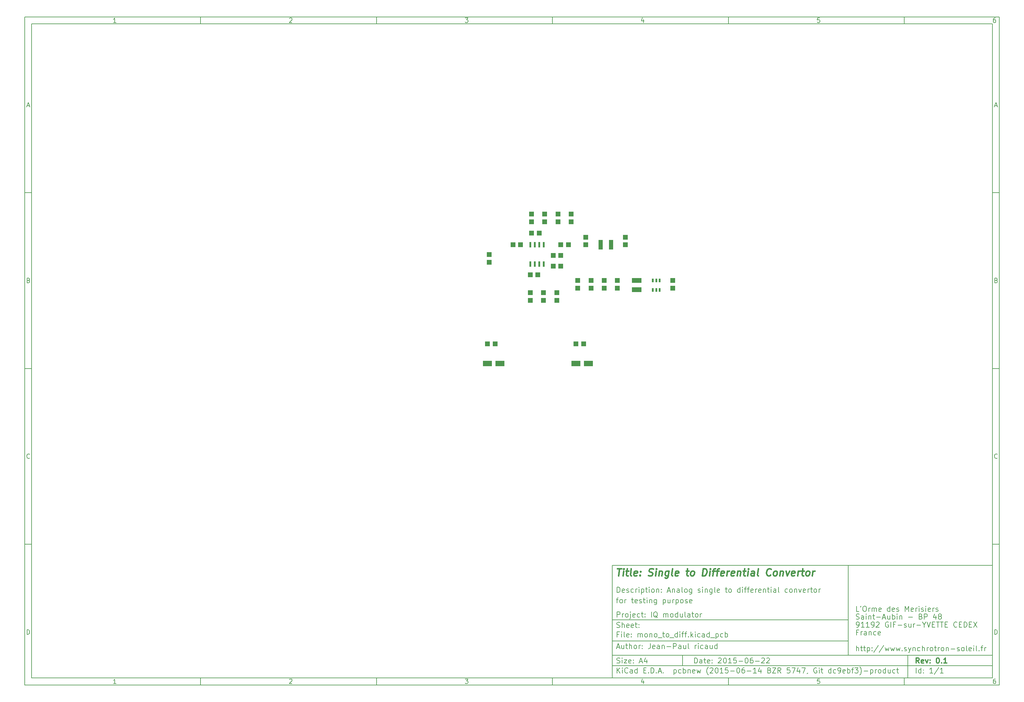
<source format=gtp>
G04 #@! TF.FileFunction,Paste,Top*
%FSLAX46Y46*%
G04 Gerber Fmt 4.6, Leading zero omitted, Abs format (unit mm)*
G04 Created by KiCad (PCBNEW (2015-06-14 BZR 5747, Git dc9ebf3)-product) date 24/06/2015 09:37:51*
%MOMM*%
G01*
G04 APERTURE LIST*
%ADD10C,0.100000*%
%ADD11C,0.150000*%
%ADD12C,0.300000*%
%ADD13C,0.400000*%
%ADD14R,1.397000X1.399540*%
%ADD15R,2.499360X1.600200*%
%ADD16R,2.799080X1.399540*%
%ADD17R,1.399540X1.397000*%
%ADD18R,0.599440X1.049020*%
%ADD19R,0.599440X1.518920*%
%ADD20R,1.198880X2.700020*%
G04 APERTURE END LIST*
D10*
D11*
X53812200Y-30117200D02*
X53812200Y-62117200D01*
X161812200Y-62117200D01*
X161812200Y-30117200D01*
X53812200Y-30117200D01*
D10*
D11*
X-113190000Y125890000D02*
X-113190000Y-64117200D01*
X163812200Y-64117200D01*
X163812200Y125890000D01*
X-113190000Y125890000D01*
D10*
D11*
X-111190000Y123890000D02*
X-111190000Y-62117200D01*
X161812200Y-62117200D01*
X161812200Y123890000D01*
X-111190000Y123890000D01*
D10*
D11*
X-63190000Y123890000D02*
X-63190000Y125890000D01*
D10*
D11*
X-13190000Y123890000D02*
X-13190000Y125890000D01*
D10*
D11*
X36810000Y123890000D02*
X36810000Y125890000D01*
D10*
D11*
X86810000Y123890000D02*
X86810000Y125890000D01*
D10*
D11*
X136810000Y123890000D02*
X136810000Y125890000D01*
D10*
D11*
X-87199524Y124301905D02*
X-87942381Y124301905D01*
X-87570952Y124301905D02*
X-87570952Y125601905D01*
X-87694762Y125416190D01*
X-87818571Y125292381D01*
X-87942381Y125230476D01*
D10*
D11*
X-37942381Y125478095D02*
X-37880476Y125540000D01*
X-37756667Y125601905D01*
X-37447143Y125601905D01*
X-37323333Y125540000D01*
X-37261429Y125478095D01*
X-37199524Y125354286D01*
X-37199524Y125230476D01*
X-37261429Y125044762D01*
X-38004286Y124301905D01*
X-37199524Y124301905D01*
D10*
D11*
X11995714Y125601905D02*
X12800476Y125601905D01*
X12367143Y125106667D01*
X12552857Y125106667D01*
X12676667Y125044762D01*
X12738571Y124982857D01*
X12800476Y124859048D01*
X12800476Y124549524D01*
X12738571Y124425714D01*
X12676667Y124363810D01*
X12552857Y124301905D01*
X12181429Y124301905D01*
X12057619Y124363810D01*
X11995714Y124425714D01*
D10*
D11*
X62676667Y125168571D02*
X62676667Y124301905D01*
X62367143Y125663810D02*
X62057619Y124735238D01*
X62862381Y124735238D01*
D10*
D11*
X112738571Y125601905D02*
X112119524Y125601905D01*
X112057619Y124982857D01*
X112119524Y125044762D01*
X112243333Y125106667D01*
X112552857Y125106667D01*
X112676667Y125044762D01*
X112738571Y124982857D01*
X112800476Y124859048D01*
X112800476Y124549524D01*
X112738571Y124425714D01*
X112676667Y124363810D01*
X112552857Y124301905D01*
X112243333Y124301905D01*
X112119524Y124363810D01*
X112057619Y124425714D01*
D10*
D11*
X162676667Y125601905D02*
X162429048Y125601905D01*
X162305238Y125540000D01*
X162243333Y125478095D01*
X162119524Y125292381D01*
X162057619Y125044762D01*
X162057619Y124549524D01*
X162119524Y124425714D01*
X162181429Y124363810D01*
X162305238Y124301905D01*
X162552857Y124301905D01*
X162676667Y124363810D01*
X162738571Y124425714D01*
X162800476Y124549524D01*
X162800476Y124859048D01*
X162738571Y124982857D01*
X162676667Y125044762D01*
X162552857Y125106667D01*
X162305238Y125106667D01*
X162181429Y125044762D01*
X162119524Y124982857D01*
X162057619Y124859048D01*
D10*
D11*
X-63190000Y-62117200D02*
X-63190000Y-64117200D01*
D10*
D11*
X-13190000Y-62117200D02*
X-13190000Y-64117200D01*
D10*
D11*
X36810000Y-62117200D02*
X36810000Y-64117200D01*
D10*
D11*
X86810000Y-62117200D02*
X86810000Y-64117200D01*
D10*
D11*
X136810000Y-62117200D02*
X136810000Y-64117200D01*
D10*
D11*
X-87199524Y-63705295D02*
X-87942381Y-63705295D01*
X-87570952Y-63705295D02*
X-87570952Y-62405295D01*
X-87694762Y-62591010D01*
X-87818571Y-62714819D01*
X-87942381Y-62776724D01*
D10*
D11*
X-37942381Y-62529105D02*
X-37880476Y-62467200D01*
X-37756667Y-62405295D01*
X-37447143Y-62405295D01*
X-37323333Y-62467200D01*
X-37261429Y-62529105D01*
X-37199524Y-62652914D01*
X-37199524Y-62776724D01*
X-37261429Y-62962438D01*
X-38004286Y-63705295D01*
X-37199524Y-63705295D01*
D10*
D11*
X11995714Y-62405295D02*
X12800476Y-62405295D01*
X12367143Y-62900533D01*
X12552857Y-62900533D01*
X12676667Y-62962438D01*
X12738571Y-63024343D01*
X12800476Y-63148152D01*
X12800476Y-63457676D01*
X12738571Y-63581486D01*
X12676667Y-63643390D01*
X12552857Y-63705295D01*
X12181429Y-63705295D01*
X12057619Y-63643390D01*
X11995714Y-63581486D01*
D10*
D11*
X62676667Y-62838629D02*
X62676667Y-63705295D01*
X62367143Y-62343390D02*
X62057619Y-63271962D01*
X62862381Y-63271962D01*
D10*
D11*
X112738571Y-62405295D02*
X112119524Y-62405295D01*
X112057619Y-63024343D01*
X112119524Y-62962438D01*
X112243333Y-62900533D01*
X112552857Y-62900533D01*
X112676667Y-62962438D01*
X112738571Y-63024343D01*
X112800476Y-63148152D01*
X112800476Y-63457676D01*
X112738571Y-63581486D01*
X112676667Y-63643390D01*
X112552857Y-63705295D01*
X112243333Y-63705295D01*
X112119524Y-63643390D01*
X112057619Y-63581486D01*
D10*
D11*
X162676667Y-62405295D02*
X162429048Y-62405295D01*
X162305238Y-62467200D01*
X162243333Y-62529105D01*
X162119524Y-62714819D01*
X162057619Y-62962438D01*
X162057619Y-63457676D01*
X162119524Y-63581486D01*
X162181429Y-63643390D01*
X162305238Y-63705295D01*
X162552857Y-63705295D01*
X162676667Y-63643390D01*
X162738571Y-63581486D01*
X162800476Y-63457676D01*
X162800476Y-63148152D01*
X162738571Y-63024343D01*
X162676667Y-62962438D01*
X162552857Y-62900533D01*
X162305238Y-62900533D01*
X162181429Y-62962438D01*
X162119524Y-63024343D01*
X162057619Y-63148152D01*
D10*
D11*
X-113190000Y75890000D02*
X-111190000Y75890000D01*
D10*
D11*
X-113190000Y25890000D02*
X-111190000Y25890000D01*
D10*
D11*
X-113190000Y-24110000D02*
X-111190000Y-24110000D01*
D10*
D11*
X-112499524Y100673333D02*
X-111880476Y100673333D01*
X-112623333Y100301905D02*
X-112190000Y101601905D01*
X-111756667Y100301905D01*
D10*
D11*
X-112097143Y50982857D02*
X-111911429Y50920952D01*
X-111849524Y50859048D01*
X-111787619Y50735238D01*
X-111787619Y50549524D01*
X-111849524Y50425714D01*
X-111911429Y50363810D01*
X-112035238Y50301905D01*
X-112530476Y50301905D01*
X-112530476Y51601905D01*
X-112097143Y51601905D01*
X-111973333Y51540000D01*
X-111911429Y51478095D01*
X-111849524Y51354286D01*
X-111849524Y51230476D01*
X-111911429Y51106667D01*
X-111973333Y51044762D01*
X-112097143Y50982857D01*
X-112530476Y50982857D01*
D10*
D11*
X-111787619Y425714D02*
X-111849524Y363810D01*
X-112035238Y301905D01*
X-112159048Y301905D01*
X-112344762Y363810D01*
X-112468571Y487619D01*
X-112530476Y611429D01*
X-112592381Y859048D01*
X-112592381Y1044762D01*
X-112530476Y1292381D01*
X-112468571Y1416190D01*
X-112344762Y1540000D01*
X-112159048Y1601905D01*
X-112035238Y1601905D01*
X-111849524Y1540000D01*
X-111787619Y1478095D01*
D10*
D11*
X-112530476Y-49698095D02*
X-112530476Y-48398095D01*
X-112220952Y-48398095D01*
X-112035238Y-48460000D01*
X-111911429Y-48583810D01*
X-111849524Y-48707619D01*
X-111787619Y-48955238D01*
X-111787619Y-49140952D01*
X-111849524Y-49388571D01*
X-111911429Y-49512381D01*
X-112035238Y-49636190D01*
X-112220952Y-49698095D01*
X-112530476Y-49698095D01*
D10*
D11*
X163812200Y75890000D02*
X161812200Y75890000D01*
D10*
D11*
X163812200Y25890000D02*
X161812200Y25890000D01*
D10*
D11*
X163812200Y-24110000D02*
X161812200Y-24110000D01*
D10*
D11*
X162502676Y100673333D02*
X163121724Y100673333D01*
X162378867Y100301905D02*
X162812200Y101601905D01*
X163245533Y100301905D01*
D10*
D11*
X162905057Y50982857D02*
X163090771Y50920952D01*
X163152676Y50859048D01*
X163214581Y50735238D01*
X163214581Y50549524D01*
X163152676Y50425714D01*
X163090771Y50363810D01*
X162966962Y50301905D01*
X162471724Y50301905D01*
X162471724Y51601905D01*
X162905057Y51601905D01*
X163028867Y51540000D01*
X163090771Y51478095D01*
X163152676Y51354286D01*
X163152676Y51230476D01*
X163090771Y51106667D01*
X163028867Y51044762D01*
X162905057Y50982857D01*
X162471724Y50982857D01*
D10*
D11*
X163214581Y425714D02*
X163152676Y363810D01*
X162966962Y301905D01*
X162843152Y301905D01*
X162657438Y363810D01*
X162533629Y487619D01*
X162471724Y611429D01*
X162409819Y859048D01*
X162409819Y1044762D01*
X162471724Y1292381D01*
X162533629Y1416190D01*
X162657438Y1540000D01*
X162843152Y1601905D01*
X162966962Y1601905D01*
X163152676Y1540000D01*
X163214581Y1478095D01*
D10*
D11*
X162471724Y-49698095D02*
X162471724Y-48398095D01*
X162781248Y-48398095D01*
X162966962Y-48460000D01*
X163090771Y-48583810D01*
X163152676Y-48707619D01*
X163214581Y-48955238D01*
X163214581Y-49140952D01*
X163152676Y-49388571D01*
X163090771Y-49512381D01*
X162966962Y-49636190D01*
X162781248Y-49698095D01*
X162471724Y-49698095D01*
D10*
D11*
X77169343Y-57895771D02*
X77169343Y-56395771D01*
X77526486Y-56395771D01*
X77740771Y-56467200D01*
X77883629Y-56610057D01*
X77955057Y-56752914D01*
X78026486Y-57038629D01*
X78026486Y-57252914D01*
X77955057Y-57538629D01*
X77883629Y-57681486D01*
X77740771Y-57824343D01*
X77526486Y-57895771D01*
X77169343Y-57895771D01*
X79312200Y-57895771D02*
X79312200Y-57110057D01*
X79240771Y-56967200D01*
X79097914Y-56895771D01*
X78812200Y-56895771D01*
X78669343Y-56967200D01*
X79312200Y-57824343D02*
X79169343Y-57895771D01*
X78812200Y-57895771D01*
X78669343Y-57824343D01*
X78597914Y-57681486D01*
X78597914Y-57538629D01*
X78669343Y-57395771D01*
X78812200Y-57324343D01*
X79169343Y-57324343D01*
X79312200Y-57252914D01*
X79812200Y-56895771D02*
X80383629Y-56895771D01*
X80026486Y-56395771D02*
X80026486Y-57681486D01*
X80097914Y-57824343D01*
X80240772Y-57895771D01*
X80383629Y-57895771D01*
X81455057Y-57824343D02*
X81312200Y-57895771D01*
X81026486Y-57895771D01*
X80883629Y-57824343D01*
X80812200Y-57681486D01*
X80812200Y-57110057D01*
X80883629Y-56967200D01*
X81026486Y-56895771D01*
X81312200Y-56895771D01*
X81455057Y-56967200D01*
X81526486Y-57110057D01*
X81526486Y-57252914D01*
X80812200Y-57395771D01*
X82169343Y-57752914D02*
X82240771Y-57824343D01*
X82169343Y-57895771D01*
X82097914Y-57824343D01*
X82169343Y-57752914D01*
X82169343Y-57895771D01*
X82169343Y-56967200D02*
X82240771Y-57038629D01*
X82169343Y-57110057D01*
X82097914Y-57038629D01*
X82169343Y-56967200D01*
X82169343Y-57110057D01*
X83955057Y-56538629D02*
X84026486Y-56467200D01*
X84169343Y-56395771D01*
X84526486Y-56395771D01*
X84669343Y-56467200D01*
X84740772Y-56538629D01*
X84812200Y-56681486D01*
X84812200Y-56824343D01*
X84740772Y-57038629D01*
X83883629Y-57895771D01*
X84812200Y-57895771D01*
X85740771Y-56395771D02*
X85883628Y-56395771D01*
X86026485Y-56467200D01*
X86097914Y-56538629D01*
X86169343Y-56681486D01*
X86240771Y-56967200D01*
X86240771Y-57324343D01*
X86169343Y-57610057D01*
X86097914Y-57752914D01*
X86026485Y-57824343D01*
X85883628Y-57895771D01*
X85740771Y-57895771D01*
X85597914Y-57824343D01*
X85526485Y-57752914D01*
X85455057Y-57610057D01*
X85383628Y-57324343D01*
X85383628Y-56967200D01*
X85455057Y-56681486D01*
X85526485Y-56538629D01*
X85597914Y-56467200D01*
X85740771Y-56395771D01*
X87669342Y-57895771D02*
X86812199Y-57895771D01*
X87240771Y-57895771D02*
X87240771Y-56395771D01*
X87097914Y-56610057D01*
X86955056Y-56752914D01*
X86812199Y-56824343D01*
X89026485Y-56395771D02*
X88312199Y-56395771D01*
X88240770Y-57110057D01*
X88312199Y-57038629D01*
X88455056Y-56967200D01*
X88812199Y-56967200D01*
X88955056Y-57038629D01*
X89026485Y-57110057D01*
X89097913Y-57252914D01*
X89097913Y-57610057D01*
X89026485Y-57752914D01*
X88955056Y-57824343D01*
X88812199Y-57895771D01*
X88455056Y-57895771D01*
X88312199Y-57824343D01*
X88240770Y-57752914D01*
X89740770Y-57324343D02*
X90883627Y-57324343D01*
X91883627Y-56395771D02*
X92026484Y-56395771D01*
X92169341Y-56467200D01*
X92240770Y-56538629D01*
X92312199Y-56681486D01*
X92383627Y-56967200D01*
X92383627Y-57324343D01*
X92312199Y-57610057D01*
X92240770Y-57752914D01*
X92169341Y-57824343D01*
X92026484Y-57895771D01*
X91883627Y-57895771D01*
X91740770Y-57824343D01*
X91669341Y-57752914D01*
X91597913Y-57610057D01*
X91526484Y-57324343D01*
X91526484Y-56967200D01*
X91597913Y-56681486D01*
X91669341Y-56538629D01*
X91740770Y-56467200D01*
X91883627Y-56395771D01*
X93669341Y-56395771D02*
X93383627Y-56395771D01*
X93240770Y-56467200D01*
X93169341Y-56538629D01*
X93026484Y-56752914D01*
X92955055Y-57038629D01*
X92955055Y-57610057D01*
X93026484Y-57752914D01*
X93097912Y-57824343D01*
X93240770Y-57895771D01*
X93526484Y-57895771D01*
X93669341Y-57824343D01*
X93740770Y-57752914D01*
X93812198Y-57610057D01*
X93812198Y-57252914D01*
X93740770Y-57110057D01*
X93669341Y-57038629D01*
X93526484Y-56967200D01*
X93240770Y-56967200D01*
X93097912Y-57038629D01*
X93026484Y-57110057D01*
X92955055Y-57252914D01*
X94455055Y-57324343D02*
X95597912Y-57324343D01*
X96240769Y-56538629D02*
X96312198Y-56467200D01*
X96455055Y-56395771D01*
X96812198Y-56395771D01*
X96955055Y-56467200D01*
X97026484Y-56538629D01*
X97097912Y-56681486D01*
X97097912Y-56824343D01*
X97026484Y-57038629D01*
X96169341Y-57895771D01*
X97097912Y-57895771D01*
X97669340Y-56538629D02*
X97740769Y-56467200D01*
X97883626Y-56395771D01*
X98240769Y-56395771D01*
X98383626Y-56467200D01*
X98455055Y-56538629D01*
X98526483Y-56681486D01*
X98526483Y-56824343D01*
X98455055Y-57038629D01*
X97597912Y-57895771D01*
X98526483Y-57895771D01*
D10*
D11*
X53812200Y-58617200D02*
X161812200Y-58617200D01*
D10*
D11*
X55169343Y-60695771D02*
X55169343Y-59195771D01*
X56026486Y-60695771D02*
X55383629Y-59838629D01*
X56026486Y-59195771D02*
X55169343Y-60052914D01*
X56669343Y-60695771D02*
X56669343Y-59695771D01*
X56669343Y-59195771D02*
X56597914Y-59267200D01*
X56669343Y-59338629D01*
X56740771Y-59267200D01*
X56669343Y-59195771D01*
X56669343Y-59338629D01*
X58240772Y-60552914D02*
X58169343Y-60624343D01*
X57955057Y-60695771D01*
X57812200Y-60695771D01*
X57597915Y-60624343D01*
X57455057Y-60481486D01*
X57383629Y-60338629D01*
X57312200Y-60052914D01*
X57312200Y-59838629D01*
X57383629Y-59552914D01*
X57455057Y-59410057D01*
X57597915Y-59267200D01*
X57812200Y-59195771D01*
X57955057Y-59195771D01*
X58169343Y-59267200D01*
X58240772Y-59338629D01*
X59526486Y-60695771D02*
X59526486Y-59910057D01*
X59455057Y-59767200D01*
X59312200Y-59695771D01*
X59026486Y-59695771D01*
X58883629Y-59767200D01*
X59526486Y-60624343D02*
X59383629Y-60695771D01*
X59026486Y-60695771D01*
X58883629Y-60624343D01*
X58812200Y-60481486D01*
X58812200Y-60338629D01*
X58883629Y-60195771D01*
X59026486Y-60124343D01*
X59383629Y-60124343D01*
X59526486Y-60052914D01*
X60883629Y-60695771D02*
X60883629Y-59195771D01*
X60883629Y-60624343D02*
X60740772Y-60695771D01*
X60455058Y-60695771D01*
X60312200Y-60624343D01*
X60240772Y-60552914D01*
X60169343Y-60410057D01*
X60169343Y-59981486D01*
X60240772Y-59838629D01*
X60312200Y-59767200D01*
X60455058Y-59695771D01*
X60740772Y-59695771D01*
X60883629Y-59767200D01*
X62740772Y-59910057D02*
X63240772Y-59910057D01*
X63455058Y-60695771D02*
X62740772Y-60695771D01*
X62740772Y-59195771D01*
X63455058Y-59195771D01*
X64097915Y-60552914D02*
X64169343Y-60624343D01*
X64097915Y-60695771D01*
X64026486Y-60624343D01*
X64097915Y-60552914D01*
X64097915Y-60695771D01*
X64812201Y-60695771D02*
X64812201Y-59195771D01*
X65169344Y-59195771D01*
X65383629Y-59267200D01*
X65526487Y-59410057D01*
X65597915Y-59552914D01*
X65669344Y-59838629D01*
X65669344Y-60052914D01*
X65597915Y-60338629D01*
X65526487Y-60481486D01*
X65383629Y-60624343D01*
X65169344Y-60695771D01*
X64812201Y-60695771D01*
X66312201Y-60552914D02*
X66383629Y-60624343D01*
X66312201Y-60695771D01*
X66240772Y-60624343D01*
X66312201Y-60552914D01*
X66312201Y-60695771D01*
X66955058Y-60267200D02*
X67669344Y-60267200D01*
X66812201Y-60695771D02*
X67312201Y-59195771D01*
X67812201Y-60695771D01*
X68312201Y-60552914D02*
X68383629Y-60624343D01*
X68312201Y-60695771D01*
X68240772Y-60624343D01*
X68312201Y-60552914D01*
X68312201Y-60695771D01*
X71312201Y-59695771D02*
X71312201Y-61195771D01*
X71312201Y-59767200D02*
X71455058Y-59695771D01*
X71740772Y-59695771D01*
X71883629Y-59767200D01*
X71955058Y-59838629D01*
X72026487Y-59981486D01*
X72026487Y-60410057D01*
X71955058Y-60552914D01*
X71883629Y-60624343D01*
X71740772Y-60695771D01*
X71455058Y-60695771D01*
X71312201Y-60624343D01*
X73312201Y-60624343D02*
X73169344Y-60695771D01*
X72883630Y-60695771D01*
X72740772Y-60624343D01*
X72669344Y-60552914D01*
X72597915Y-60410057D01*
X72597915Y-59981486D01*
X72669344Y-59838629D01*
X72740772Y-59767200D01*
X72883630Y-59695771D01*
X73169344Y-59695771D01*
X73312201Y-59767200D01*
X73955058Y-60695771D02*
X73955058Y-59195771D01*
X73955058Y-59767200D02*
X74097915Y-59695771D01*
X74383629Y-59695771D01*
X74526486Y-59767200D01*
X74597915Y-59838629D01*
X74669344Y-59981486D01*
X74669344Y-60410057D01*
X74597915Y-60552914D01*
X74526486Y-60624343D01*
X74383629Y-60695771D01*
X74097915Y-60695771D01*
X73955058Y-60624343D01*
X75312201Y-59695771D02*
X75312201Y-60695771D01*
X75312201Y-59838629D02*
X75383629Y-59767200D01*
X75526487Y-59695771D01*
X75740772Y-59695771D01*
X75883629Y-59767200D01*
X75955058Y-59910057D01*
X75955058Y-60695771D01*
X77240772Y-60624343D02*
X77097915Y-60695771D01*
X76812201Y-60695771D01*
X76669344Y-60624343D01*
X76597915Y-60481486D01*
X76597915Y-59910057D01*
X76669344Y-59767200D01*
X76812201Y-59695771D01*
X77097915Y-59695771D01*
X77240772Y-59767200D01*
X77312201Y-59910057D01*
X77312201Y-60052914D01*
X76597915Y-60195771D01*
X77812201Y-59695771D02*
X78097915Y-60695771D01*
X78383629Y-59981486D01*
X78669344Y-60695771D01*
X78955058Y-59695771D01*
X81097915Y-61267200D02*
X81026487Y-61195771D01*
X80883630Y-60981486D01*
X80812201Y-60838629D01*
X80740772Y-60624343D01*
X80669344Y-60267200D01*
X80669344Y-59981486D01*
X80740772Y-59624343D01*
X80812201Y-59410057D01*
X80883630Y-59267200D01*
X81026487Y-59052914D01*
X81097915Y-58981486D01*
X81597915Y-59338629D02*
X81669344Y-59267200D01*
X81812201Y-59195771D01*
X82169344Y-59195771D01*
X82312201Y-59267200D01*
X82383630Y-59338629D01*
X82455058Y-59481486D01*
X82455058Y-59624343D01*
X82383630Y-59838629D01*
X81526487Y-60695771D01*
X82455058Y-60695771D01*
X83383629Y-59195771D02*
X83526486Y-59195771D01*
X83669343Y-59267200D01*
X83740772Y-59338629D01*
X83812201Y-59481486D01*
X83883629Y-59767200D01*
X83883629Y-60124343D01*
X83812201Y-60410057D01*
X83740772Y-60552914D01*
X83669343Y-60624343D01*
X83526486Y-60695771D01*
X83383629Y-60695771D01*
X83240772Y-60624343D01*
X83169343Y-60552914D01*
X83097915Y-60410057D01*
X83026486Y-60124343D01*
X83026486Y-59767200D01*
X83097915Y-59481486D01*
X83169343Y-59338629D01*
X83240772Y-59267200D01*
X83383629Y-59195771D01*
X85312200Y-60695771D02*
X84455057Y-60695771D01*
X84883629Y-60695771D02*
X84883629Y-59195771D01*
X84740772Y-59410057D01*
X84597914Y-59552914D01*
X84455057Y-59624343D01*
X86669343Y-59195771D02*
X85955057Y-59195771D01*
X85883628Y-59910057D01*
X85955057Y-59838629D01*
X86097914Y-59767200D01*
X86455057Y-59767200D01*
X86597914Y-59838629D01*
X86669343Y-59910057D01*
X86740771Y-60052914D01*
X86740771Y-60410057D01*
X86669343Y-60552914D01*
X86597914Y-60624343D01*
X86455057Y-60695771D01*
X86097914Y-60695771D01*
X85955057Y-60624343D01*
X85883628Y-60552914D01*
X87383628Y-60124343D02*
X88526485Y-60124343D01*
X89526485Y-59195771D02*
X89669342Y-59195771D01*
X89812199Y-59267200D01*
X89883628Y-59338629D01*
X89955057Y-59481486D01*
X90026485Y-59767200D01*
X90026485Y-60124343D01*
X89955057Y-60410057D01*
X89883628Y-60552914D01*
X89812199Y-60624343D01*
X89669342Y-60695771D01*
X89526485Y-60695771D01*
X89383628Y-60624343D01*
X89312199Y-60552914D01*
X89240771Y-60410057D01*
X89169342Y-60124343D01*
X89169342Y-59767200D01*
X89240771Y-59481486D01*
X89312199Y-59338629D01*
X89383628Y-59267200D01*
X89526485Y-59195771D01*
X91312199Y-59195771D02*
X91026485Y-59195771D01*
X90883628Y-59267200D01*
X90812199Y-59338629D01*
X90669342Y-59552914D01*
X90597913Y-59838629D01*
X90597913Y-60410057D01*
X90669342Y-60552914D01*
X90740770Y-60624343D01*
X90883628Y-60695771D01*
X91169342Y-60695771D01*
X91312199Y-60624343D01*
X91383628Y-60552914D01*
X91455056Y-60410057D01*
X91455056Y-60052914D01*
X91383628Y-59910057D01*
X91312199Y-59838629D01*
X91169342Y-59767200D01*
X90883628Y-59767200D01*
X90740770Y-59838629D01*
X90669342Y-59910057D01*
X90597913Y-60052914D01*
X92097913Y-60124343D02*
X93240770Y-60124343D01*
X94740770Y-60695771D02*
X93883627Y-60695771D01*
X94312199Y-60695771D02*
X94312199Y-59195771D01*
X94169342Y-59410057D01*
X94026484Y-59552914D01*
X93883627Y-59624343D01*
X96026484Y-59695771D02*
X96026484Y-60695771D01*
X95669341Y-59124343D02*
X95312198Y-60195771D01*
X96240770Y-60195771D01*
X98455055Y-59910057D02*
X98669341Y-59981486D01*
X98740769Y-60052914D01*
X98812198Y-60195771D01*
X98812198Y-60410057D01*
X98740769Y-60552914D01*
X98669341Y-60624343D01*
X98526483Y-60695771D01*
X97955055Y-60695771D01*
X97955055Y-59195771D01*
X98455055Y-59195771D01*
X98597912Y-59267200D01*
X98669341Y-59338629D01*
X98740769Y-59481486D01*
X98740769Y-59624343D01*
X98669341Y-59767200D01*
X98597912Y-59838629D01*
X98455055Y-59910057D01*
X97955055Y-59910057D01*
X99312198Y-59195771D02*
X100312198Y-59195771D01*
X99312198Y-60695771D01*
X100312198Y-60695771D01*
X101740769Y-60695771D02*
X101240769Y-59981486D01*
X100883626Y-60695771D02*
X100883626Y-59195771D01*
X101455054Y-59195771D01*
X101597912Y-59267200D01*
X101669340Y-59338629D01*
X101740769Y-59481486D01*
X101740769Y-59695771D01*
X101669340Y-59838629D01*
X101597912Y-59910057D01*
X101455054Y-59981486D01*
X100883626Y-59981486D01*
X104240769Y-59195771D02*
X103526483Y-59195771D01*
X103455054Y-59910057D01*
X103526483Y-59838629D01*
X103669340Y-59767200D01*
X104026483Y-59767200D01*
X104169340Y-59838629D01*
X104240769Y-59910057D01*
X104312197Y-60052914D01*
X104312197Y-60410057D01*
X104240769Y-60552914D01*
X104169340Y-60624343D01*
X104026483Y-60695771D01*
X103669340Y-60695771D01*
X103526483Y-60624343D01*
X103455054Y-60552914D01*
X104812197Y-59195771D02*
X105812197Y-59195771D01*
X105169340Y-60695771D01*
X107026482Y-59695771D02*
X107026482Y-60695771D01*
X106669339Y-59124343D02*
X106312196Y-60195771D01*
X107240768Y-60195771D01*
X107669339Y-59195771D02*
X108669339Y-59195771D01*
X108026482Y-60695771D01*
X109312195Y-60624343D02*
X109312195Y-60695771D01*
X109240767Y-60838629D01*
X109169338Y-60910057D01*
X111883624Y-59267200D02*
X111740767Y-59195771D01*
X111526481Y-59195771D01*
X111312196Y-59267200D01*
X111169338Y-59410057D01*
X111097910Y-59552914D01*
X111026481Y-59838629D01*
X111026481Y-60052914D01*
X111097910Y-60338629D01*
X111169338Y-60481486D01*
X111312196Y-60624343D01*
X111526481Y-60695771D01*
X111669338Y-60695771D01*
X111883624Y-60624343D01*
X111955053Y-60552914D01*
X111955053Y-60052914D01*
X111669338Y-60052914D01*
X112597910Y-60695771D02*
X112597910Y-59695771D01*
X112597910Y-59195771D02*
X112526481Y-59267200D01*
X112597910Y-59338629D01*
X112669338Y-59267200D01*
X112597910Y-59195771D01*
X112597910Y-59338629D01*
X113097910Y-59695771D02*
X113669339Y-59695771D01*
X113312196Y-59195771D02*
X113312196Y-60481486D01*
X113383624Y-60624343D01*
X113526482Y-60695771D01*
X113669339Y-60695771D01*
X115955053Y-60695771D02*
X115955053Y-59195771D01*
X115955053Y-60624343D02*
X115812196Y-60695771D01*
X115526482Y-60695771D01*
X115383624Y-60624343D01*
X115312196Y-60552914D01*
X115240767Y-60410057D01*
X115240767Y-59981486D01*
X115312196Y-59838629D01*
X115383624Y-59767200D01*
X115526482Y-59695771D01*
X115812196Y-59695771D01*
X115955053Y-59767200D01*
X117312196Y-60624343D02*
X117169339Y-60695771D01*
X116883625Y-60695771D01*
X116740767Y-60624343D01*
X116669339Y-60552914D01*
X116597910Y-60410057D01*
X116597910Y-59981486D01*
X116669339Y-59838629D01*
X116740767Y-59767200D01*
X116883625Y-59695771D01*
X117169339Y-59695771D01*
X117312196Y-59767200D01*
X118026481Y-60695771D02*
X118312196Y-60695771D01*
X118455053Y-60624343D01*
X118526481Y-60552914D01*
X118669339Y-60338629D01*
X118740767Y-60052914D01*
X118740767Y-59481486D01*
X118669339Y-59338629D01*
X118597910Y-59267200D01*
X118455053Y-59195771D01*
X118169339Y-59195771D01*
X118026481Y-59267200D01*
X117955053Y-59338629D01*
X117883624Y-59481486D01*
X117883624Y-59838629D01*
X117955053Y-59981486D01*
X118026481Y-60052914D01*
X118169339Y-60124343D01*
X118455053Y-60124343D01*
X118597910Y-60052914D01*
X118669339Y-59981486D01*
X118740767Y-59838629D01*
X119955052Y-60624343D02*
X119812195Y-60695771D01*
X119526481Y-60695771D01*
X119383624Y-60624343D01*
X119312195Y-60481486D01*
X119312195Y-59910057D01*
X119383624Y-59767200D01*
X119526481Y-59695771D01*
X119812195Y-59695771D01*
X119955052Y-59767200D01*
X120026481Y-59910057D01*
X120026481Y-60052914D01*
X119312195Y-60195771D01*
X120669338Y-60695771D02*
X120669338Y-59195771D01*
X120669338Y-59767200D02*
X120812195Y-59695771D01*
X121097909Y-59695771D01*
X121240766Y-59767200D01*
X121312195Y-59838629D01*
X121383624Y-59981486D01*
X121383624Y-60410057D01*
X121312195Y-60552914D01*
X121240766Y-60624343D01*
X121097909Y-60695771D01*
X120812195Y-60695771D01*
X120669338Y-60624343D01*
X121812195Y-59695771D02*
X122383624Y-59695771D01*
X122026481Y-60695771D02*
X122026481Y-59410057D01*
X122097909Y-59267200D01*
X122240767Y-59195771D01*
X122383624Y-59195771D01*
X122740767Y-59195771D02*
X123669338Y-59195771D01*
X123169338Y-59767200D01*
X123383624Y-59767200D01*
X123526481Y-59838629D01*
X123597910Y-59910057D01*
X123669338Y-60052914D01*
X123669338Y-60410057D01*
X123597910Y-60552914D01*
X123526481Y-60624343D01*
X123383624Y-60695771D01*
X122955052Y-60695771D01*
X122812195Y-60624343D01*
X122740767Y-60552914D01*
X124169338Y-61267200D02*
X124240766Y-61195771D01*
X124383623Y-60981486D01*
X124455052Y-60838629D01*
X124526481Y-60624343D01*
X124597909Y-60267200D01*
X124597909Y-59981486D01*
X124526481Y-59624343D01*
X124455052Y-59410057D01*
X124383623Y-59267200D01*
X124240766Y-59052914D01*
X124169338Y-58981486D01*
X125312195Y-60124343D02*
X126455052Y-60124343D01*
X127169338Y-59695771D02*
X127169338Y-61195771D01*
X127169338Y-59767200D02*
X127312195Y-59695771D01*
X127597909Y-59695771D01*
X127740766Y-59767200D01*
X127812195Y-59838629D01*
X127883624Y-59981486D01*
X127883624Y-60410057D01*
X127812195Y-60552914D01*
X127740766Y-60624343D01*
X127597909Y-60695771D01*
X127312195Y-60695771D01*
X127169338Y-60624343D01*
X128526481Y-60695771D02*
X128526481Y-59695771D01*
X128526481Y-59981486D02*
X128597909Y-59838629D01*
X128669338Y-59767200D01*
X128812195Y-59695771D01*
X128955052Y-59695771D01*
X129669338Y-60695771D02*
X129526480Y-60624343D01*
X129455052Y-60552914D01*
X129383623Y-60410057D01*
X129383623Y-59981486D01*
X129455052Y-59838629D01*
X129526480Y-59767200D01*
X129669338Y-59695771D01*
X129883623Y-59695771D01*
X130026480Y-59767200D01*
X130097909Y-59838629D01*
X130169338Y-59981486D01*
X130169338Y-60410057D01*
X130097909Y-60552914D01*
X130026480Y-60624343D01*
X129883623Y-60695771D01*
X129669338Y-60695771D01*
X131455052Y-60695771D02*
X131455052Y-59195771D01*
X131455052Y-60624343D02*
X131312195Y-60695771D01*
X131026481Y-60695771D01*
X130883623Y-60624343D01*
X130812195Y-60552914D01*
X130740766Y-60410057D01*
X130740766Y-59981486D01*
X130812195Y-59838629D01*
X130883623Y-59767200D01*
X131026481Y-59695771D01*
X131312195Y-59695771D01*
X131455052Y-59767200D01*
X132812195Y-59695771D02*
X132812195Y-60695771D01*
X132169338Y-59695771D02*
X132169338Y-60481486D01*
X132240766Y-60624343D01*
X132383624Y-60695771D01*
X132597909Y-60695771D01*
X132740766Y-60624343D01*
X132812195Y-60552914D01*
X134169338Y-60624343D02*
X134026481Y-60695771D01*
X133740767Y-60695771D01*
X133597909Y-60624343D01*
X133526481Y-60552914D01*
X133455052Y-60410057D01*
X133455052Y-59981486D01*
X133526481Y-59838629D01*
X133597909Y-59767200D01*
X133740767Y-59695771D01*
X134026481Y-59695771D01*
X134169338Y-59767200D01*
X134597909Y-59695771D02*
X135169338Y-59695771D01*
X134812195Y-59195771D02*
X134812195Y-60481486D01*
X134883623Y-60624343D01*
X135026481Y-60695771D01*
X135169338Y-60695771D01*
D10*
D11*
X53812200Y-55617200D02*
X161812200Y-55617200D01*
D10*
D12*
X141026486Y-57895771D02*
X140526486Y-57181486D01*
X140169343Y-57895771D02*
X140169343Y-56395771D01*
X140740771Y-56395771D01*
X140883629Y-56467200D01*
X140955057Y-56538629D01*
X141026486Y-56681486D01*
X141026486Y-56895771D01*
X140955057Y-57038629D01*
X140883629Y-57110057D01*
X140740771Y-57181486D01*
X140169343Y-57181486D01*
X142240771Y-57824343D02*
X142097914Y-57895771D01*
X141812200Y-57895771D01*
X141669343Y-57824343D01*
X141597914Y-57681486D01*
X141597914Y-57110057D01*
X141669343Y-56967200D01*
X141812200Y-56895771D01*
X142097914Y-56895771D01*
X142240771Y-56967200D01*
X142312200Y-57110057D01*
X142312200Y-57252914D01*
X141597914Y-57395771D01*
X142812200Y-56895771D02*
X143169343Y-57895771D01*
X143526485Y-56895771D01*
X144097914Y-57752914D02*
X144169342Y-57824343D01*
X144097914Y-57895771D01*
X144026485Y-57824343D01*
X144097914Y-57752914D01*
X144097914Y-57895771D01*
X144097914Y-56967200D02*
X144169342Y-57038629D01*
X144097914Y-57110057D01*
X144026485Y-57038629D01*
X144097914Y-56967200D01*
X144097914Y-57110057D01*
X146240771Y-56395771D02*
X146383628Y-56395771D01*
X146526485Y-56467200D01*
X146597914Y-56538629D01*
X146669343Y-56681486D01*
X146740771Y-56967200D01*
X146740771Y-57324343D01*
X146669343Y-57610057D01*
X146597914Y-57752914D01*
X146526485Y-57824343D01*
X146383628Y-57895771D01*
X146240771Y-57895771D01*
X146097914Y-57824343D01*
X146026485Y-57752914D01*
X145955057Y-57610057D01*
X145883628Y-57324343D01*
X145883628Y-56967200D01*
X145955057Y-56681486D01*
X146026485Y-56538629D01*
X146097914Y-56467200D01*
X146240771Y-56395771D01*
X147383628Y-57752914D02*
X147455056Y-57824343D01*
X147383628Y-57895771D01*
X147312199Y-57824343D01*
X147383628Y-57752914D01*
X147383628Y-57895771D01*
X148883628Y-57895771D02*
X148026485Y-57895771D01*
X148455057Y-57895771D02*
X148455057Y-56395771D01*
X148312200Y-56610057D01*
X148169342Y-56752914D01*
X148026485Y-56824343D01*
D10*
D11*
X55097914Y-57824343D02*
X55312200Y-57895771D01*
X55669343Y-57895771D01*
X55812200Y-57824343D01*
X55883629Y-57752914D01*
X55955057Y-57610057D01*
X55955057Y-57467200D01*
X55883629Y-57324343D01*
X55812200Y-57252914D01*
X55669343Y-57181486D01*
X55383629Y-57110057D01*
X55240771Y-57038629D01*
X55169343Y-56967200D01*
X55097914Y-56824343D01*
X55097914Y-56681486D01*
X55169343Y-56538629D01*
X55240771Y-56467200D01*
X55383629Y-56395771D01*
X55740771Y-56395771D01*
X55955057Y-56467200D01*
X56597914Y-57895771D02*
X56597914Y-56895771D01*
X56597914Y-56395771D02*
X56526485Y-56467200D01*
X56597914Y-56538629D01*
X56669342Y-56467200D01*
X56597914Y-56395771D01*
X56597914Y-56538629D01*
X57169343Y-56895771D02*
X57955057Y-56895771D01*
X57169343Y-57895771D01*
X57955057Y-57895771D01*
X59097914Y-57824343D02*
X58955057Y-57895771D01*
X58669343Y-57895771D01*
X58526486Y-57824343D01*
X58455057Y-57681486D01*
X58455057Y-57110057D01*
X58526486Y-56967200D01*
X58669343Y-56895771D01*
X58955057Y-56895771D01*
X59097914Y-56967200D01*
X59169343Y-57110057D01*
X59169343Y-57252914D01*
X58455057Y-57395771D01*
X59812200Y-57752914D02*
X59883628Y-57824343D01*
X59812200Y-57895771D01*
X59740771Y-57824343D01*
X59812200Y-57752914D01*
X59812200Y-57895771D01*
X59812200Y-56967200D02*
X59883628Y-57038629D01*
X59812200Y-57110057D01*
X59740771Y-57038629D01*
X59812200Y-56967200D01*
X59812200Y-57110057D01*
X61597914Y-57467200D02*
X62312200Y-57467200D01*
X61455057Y-57895771D02*
X61955057Y-56395771D01*
X62455057Y-57895771D01*
X63597914Y-56895771D02*
X63597914Y-57895771D01*
X63240771Y-56324343D02*
X62883628Y-57395771D01*
X63812200Y-57395771D01*
D10*
D11*
X140169343Y-60695771D02*
X140169343Y-59195771D01*
X141526486Y-60695771D02*
X141526486Y-59195771D01*
X141526486Y-60624343D02*
X141383629Y-60695771D01*
X141097915Y-60695771D01*
X140955057Y-60624343D01*
X140883629Y-60552914D01*
X140812200Y-60410057D01*
X140812200Y-59981486D01*
X140883629Y-59838629D01*
X140955057Y-59767200D01*
X141097915Y-59695771D01*
X141383629Y-59695771D01*
X141526486Y-59767200D01*
X142240772Y-60552914D02*
X142312200Y-60624343D01*
X142240772Y-60695771D01*
X142169343Y-60624343D01*
X142240772Y-60552914D01*
X142240772Y-60695771D01*
X142240772Y-59767200D02*
X142312200Y-59838629D01*
X142240772Y-59910057D01*
X142169343Y-59838629D01*
X142240772Y-59767200D01*
X142240772Y-59910057D01*
X144883629Y-60695771D02*
X144026486Y-60695771D01*
X144455058Y-60695771D02*
X144455058Y-59195771D01*
X144312201Y-59410057D01*
X144169343Y-59552914D01*
X144026486Y-59624343D01*
X146597914Y-59124343D02*
X145312200Y-61052914D01*
X147883629Y-60695771D02*
X147026486Y-60695771D01*
X147455058Y-60695771D02*
X147455058Y-59195771D01*
X147312201Y-59410057D01*
X147169343Y-59552914D01*
X147026486Y-59624343D01*
D10*
D11*
X163812200Y-64117200D02*
X163812200Y-64117200D01*
D10*
D11*
X53812200Y-51617200D02*
X120812200Y-51617200D01*
D10*
D13*
X55264581Y-31021962D02*
X56407438Y-31021962D01*
X55586010Y-33021962D02*
X55836010Y-31021962D01*
X56824105Y-33021962D02*
X56990771Y-31688629D01*
X57074105Y-31021962D02*
X56966962Y-31117200D01*
X57050295Y-31212438D01*
X57157439Y-31117200D01*
X57074105Y-31021962D01*
X57050295Y-31212438D01*
X57657438Y-31688629D02*
X58419343Y-31688629D01*
X58026486Y-31021962D02*
X57812200Y-32736248D01*
X57883630Y-32926724D01*
X58062201Y-33021962D01*
X58252677Y-33021962D01*
X59205058Y-33021962D02*
X59026487Y-32926724D01*
X58955057Y-32736248D01*
X59169343Y-31021962D01*
X60740772Y-32926724D02*
X60538391Y-33021962D01*
X60157439Y-33021962D01*
X59978867Y-32926724D01*
X59907438Y-32736248D01*
X60002676Y-31974343D01*
X60121724Y-31783867D01*
X60324105Y-31688629D01*
X60705057Y-31688629D01*
X60883629Y-31783867D01*
X60955057Y-31974343D01*
X60931248Y-32164819D01*
X59955057Y-32355295D01*
X61705057Y-32831486D02*
X61788392Y-32926724D01*
X61681248Y-33021962D01*
X61597915Y-32926724D01*
X61705057Y-32831486D01*
X61681248Y-33021962D01*
X61836010Y-31783867D02*
X61919344Y-31879105D01*
X61812200Y-31974343D01*
X61728867Y-31879105D01*
X61836010Y-31783867D01*
X61812200Y-31974343D01*
X64074106Y-32926724D02*
X64347916Y-33021962D01*
X64824106Y-33021962D01*
X65026487Y-32926724D01*
X65133629Y-32831486D01*
X65252678Y-32641010D01*
X65276487Y-32450533D01*
X65205058Y-32260057D01*
X65121725Y-32164819D01*
X64943153Y-32069581D01*
X64574106Y-31974343D01*
X64395535Y-31879105D01*
X64312201Y-31783867D01*
X64240772Y-31593390D01*
X64264582Y-31402914D01*
X64383629Y-31212438D01*
X64490773Y-31117200D01*
X64693154Y-31021962D01*
X65169344Y-31021962D01*
X65443154Y-31117200D01*
X66062201Y-33021962D02*
X66228867Y-31688629D01*
X66312201Y-31021962D02*
X66205058Y-31117200D01*
X66288391Y-31212438D01*
X66395535Y-31117200D01*
X66312201Y-31021962D01*
X66288391Y-31212438D01*
X67181248Y-31688629D02*
X67014582Y-33021962D01*
X67157439Y-31879105D02*
X67264583Y-31783867D01*
X67466963Y-31688629D01*
X67752677Y-31688629D01*
X67931249Y-31783867D01*
X68002677Y-31974343D01*
X67871725Y-33021962D01*
X69847915Y-31688629D02*
X69645534Y-33307676D01*
X69526487Y-33498152D01*
X69419344Y-33593390D01*
X69216963Y-33688629D01*
X68931249Y-33688629D01*
X68752677Y-33593390D01*
X69693154Y-32926724D02*
X69490773Y-33021962D01*
X69109821Y-33021962D01*
X68931250Y-32926724D01*
X68847915Y-32831486D01*
X68776487Y-32641010D01*
X68847915Y-32069581D01*
X68966963Y-31879105D01*
X69074107Y-31783867D01*
X69276487Y-31688629D01*
X69657439Y-31688629D01*
X69836011Y-31783867D01*
X70919345Y-33021962D02*
X70740774Y-32926724D01*
X70669344Y-32736248D01*
X70883630Y-31021962D01*
X72455059Y-32926724D02*
X72252678Y-33021962D01*
X71871726Y-33021962D01*
X71693154Y-32926724D01*
X71621725Y-32736248D01*
X71716963Y-31974343D01*
X71836011Y-31783867D01*
X72038392Y-31688629D01*
X72419344Y-31688629D01*
X72597916Y-31783867D01*
X72669344Y-31974343D01*
X72645535Y-32164819D01*
X71669344Y-32355295D01*
X74800297Y-31688629D02*
X75562202Y-31688629D01*
X75169345Y-31021962D02*
X74955059Y-32736248D01*
X75026489Y-32926724D01*
X75205060Y-33021962D01*
X75395536Y-33021962D01*
X76347917Y-33021962D02*
X76169346Y-32926724D01*
X76086011Y-32831486D01*
X76014583Y-32641010D01*
X76086011Y-32069581D01*
X76205059Y-31879105D01*
X76312203Y-31783867D01*
X76514583Y-31688629D01*
X76800297Y-31688629D01*
X76978869Y-31783867D01*
X77062202Y-31879105D01*
X77133630Y-32069581D01*
X77062202Y-32641010D01*
X76943154Y-32831486D01*
X76836012Y-32926724D01*
X76633631Y-33021962D01*
X76347917Y-33021962D01*
X79395536Y-33021962D02*
X79645536Y-31021962D01*
X80121727Y-31021962D01*
X80395536Y-31117200D01*
X80562203Y-31307676D01*
X80633632Y-31498152D01*
X80681251Y-31879105D01*
X80645537Y-32164819D01*
X80502680Y-32545771D01*
X80383631Y-32736248D01*
X80169346Y-32926724D01*
X79871727Y-33021962D01*
X79395536Y-33021962D01*
X81395536Y-33021962D02*
X81562202Y-31688629D01*
X81645536Y-31021962D02*
X81538393Y-31117200D01*
X81621726Y-31212438D01*
X81728870Y-31117200D01*
X81645536Y-31021962D01*
X81621726Y-31212438D01*
X82228869Y-31688629D02*
X82990774Y-31688629D01*
X82347917Y-33021962D02*
X82562203Y-31307676D01*
X82681251Y-31117200D01*
X82883632Y-31021962D01*
X83074108Y-31021962D01*
X83371726Y-31688629D02*
X84133631Y-31688629D01*
X83490774Y-33021962D02*
X83705060Y-31307676D01*
X83824108Y-31117200D01*
X84026489Y-31021962D01*
X84216965Y-31021962D01*
X85407441Y-32926724D02*
X85205060Y-33021962D01*
X84824108Y-33021962D01*
X84645536Y-32926724D01*
X84574107Y-32736248D01*
X84669345Y-31974343D01*
X84788393Y-31783867D01*
X84990774Y-31688629D01*
X85371726Y-31688629D01*
X85550298Y-31783867D01*
X85621726Y-31974343D01*
X85597917Y-32164819D01*
X84621726Y-32355295D01*
X86347917Y-33021962D02*
X86514583Y-31688629D01*
X86466964Y-32069581D02*
X86586013Y-31879105D01*
X86693156Y-31783867D01*
X86895536Y-31688629D01*
X87086012Y-31688629D01*
X88359822Y-32926724D02*
X88157441Y-33021962D01*
X87776489Y-33021962D01*
X87597917Y-32926724D01*
X87526488Y-32736248D01*
X87621726Y-31974343D01*
X87740774Y-31783867D01*
X87943155Y-31688629D01*
X88324107Y-31688629D01*
X88502679Y-31783867D01*
X88574107Y-31974343D01*
X88550298Y-32164819D01*
X87574107Y-32355295D01*
X89466964Y-31688629D02*
X89300298Y-33021962D01*
X89443155Y-31879105D02*
X89550299Y-31783867D01*
X89752679Y-31688629D01*
X90038393Y-31688629D01*
X90216965Y-31783867D01*
X90288393Y-31974343D01*
X90157441Y-33021962D01*
X90990774Y-31688629D02*
X91752679Y-31688629D01*
X91359822Y-31021962D02*
X91145536Y-32736248D01*
X91216966Y-32926724D01*
X91395537Y-33021962D01*
X91586013Y-33021962D01*
X92252679Y-33021962D02*
X92419345Y-31688629D01*
X92502679Y-31021962D02*
X92395536Y-31117200D01*
X92478869Y-31212438D01*
X92586013Y-31117200D01*
X92502679Y-31021962D01*
X92478869Y-31212438D01*
X94062203Y-33021962D02*
X94193155Y-31974343D01*
X94121727Y-31783867D01*
X93943155Y-31688629D01*
X93562203Y-31688629D01*
X93359822Y-31783867D01*
X94074108Y-32926724D02*
X93871727Y-33021962D01*
X93395537Y-33021962D01*
X93216965Y-32926724D01*
X93145536Y-32736248D01*
X93169346Y-32545771D01*
X93288393Y-32355295D01*
X93490775Y-32260057D01*
X93966965Y-32260057D01*
X94169346Y-32164819D01*
X95300299Y-33021962D02*
X95121728Y-32926724D01*
X95050298Y-32736248D01*
X95264584Y-31021962D01*
X98752680Y-32831486D02*
X98645538Y-32926724D01*
X98347918Y-33021962D01*
X98157442Y-33021962D01*
X97883633Y-32926724D01*
X97716966Y-32736248D01*
X97645537Y-32545771D01*
X97597918Y-32164819D01*
X97633632Y-31879105D01*
X97776489Y-31498152D01*
X97895538Y-31307676D01*
X98109823Y-31117200D01*
X98407442Y-31021962D01*
X98597918Y-31021962D01*
X98871728Y-31117200D01*
X98955061Y-31212438D01*
X99871728Y-33021962D02*
X99693157Y-32926724D01*
X99609822Y-32831486D01*
X99538394Y-32641010D01*
X99609822Y-32069581D01*
X99728870Y-31879105D01*
X99836014Y-31783867D01*
X100038394Y-31688629D01*
X100324108Y-31688629D01*
X100502680Y-31783867D01*
X100586013Y-31879105D01*
X100657441Y-32069581D01*
X100586013Y-32641010D01*
X100466965Y-32831486D01*
X100359823Y-32926724D01*
X100157442Y-33021962D01*
X99871728Y-33021962D01*
X101562203Y-31688629D02*
X101395537Y-33021962D01*
X101538394Y-31879105D02*
X101645538Y-31783867D01*
X101847918Y-31688629D01*
X102133632Y-31688629D01*
X102312204Y-31783867D01*
X102383632Y-31974343D01*
X102252680Y-33021962D01*
X103181251Y-31688629D02*
X103490776Y-33021962D01*
X104133632Y-31688629D01*
X105502681Y-32926724D02*
X105300300Y-33021962D01*
X104919348Y-33021962D01*
X104740776Y-32926724D01*
X104669347Y-32736248D01*
X104764585Y-31974343D01*
X104883633Y-31783867D01*
X105086014Y-31688629D01*
X105466966Y-31688629D01*
X105645538Y-31783867D01*
X105716966Y-31974343D01*
X105693157Y-32164819D01*
X104716966Y-32355295D01*
X106443157Y-33021962D02*
X106609823Y-31688629D01*
X106562204Y-32069581D02*
X106681253Y-31879105D01*
X106788396Y-31783867D01*
X106990776Y-31688629D01*
X107181252Y-31688629D01*
X107562204Y-31688629D02*
X108324109Y-31688629D01*
X107931252Y-31021962D02*
X107716966Y-32736248D01*
X107788396Y-32926724D01*
X107966967Y-33021962D01*
X108157443Y-33021962D01*
X109109824Y-33021962D02*
X108931253Y-32926724D01*
X108847918Y-32831486D01*
X108776490Y-32641010D01*
X108847918Y-32069581D01*
X108966966Y-31879105D01*
X109074110Y-31783867D01*
X109276490Y-31688629D01*
X109562204Y-31688629D01*
X109740776Y-31783867D01*
X109824109Y-31879105D01*
X109895537Y-32069581D01*
X109824109Y-32641010D01*
X109705061Y-32831486D01*
X109597919Y-32926724D01*
X109395538Y-33021962D01*
X109109824Y-33021962D01*
X110633633Y-33021962D02*
X110800299Y-31688629D01*
X110752680Y-32069581D02*
X110871729Y-31879105D01*
X110978872Y-31783867D01*
X111181252Y-31688629D01*
X111371728Y-31688629D01*
D10*
D11*
X55669343Y-49710057D02*
X55169343Y-49710057D01*
X55169343Y-50495771D02*
X55169343Y-48995771D01*
X55883629Y-48995771D01*
X56455057Y-50495771D02*
X56455057Y-49495771D01*
X56455057Y-48995771D02*
X56383628Y-49067200D01*
X56455057Y-49138629D01*
X56526485Y-49067200D01*
X56455057Y-48995771D01*
X56455057Y-49138629D01*
X57383629Y-50495771D02*
X57240771Y-50424343D01*
X57169343Y-50281486D01*
X57169343Y-48995771D01*
X58526485Y-50424343D02*
X58383628Y-50495771D01*
X58097914Y-50495771D01*
X57955057Y-50424343D01*
X57883628Y-50281486D01*
X57883628Y-49710057D01*
X57955057Y-49567200D01*
X58097914Y-49495771D01*
X58383628Y-49495771D01*
X58526485Y-49567200D01*
X58597914Y-49710057D01*
X58597914Y-49852914D01*
X57883628Y-49995771D01*
X59240771Y-50352914D02*
X59312199Y-50424343D01*
X59240771Y-50495771D01*
X59169342Y-50424343D01*
X59240771Y-50352914D01*
X59240771Y-50495771D01*
X59240771Y-49567200D02*
X59312199Y-49638629D01*
X59240771Y-49710057D01*
X59169342Y-49638629D01*
X59240771Y-49567200D01*
X59240771Y-49710057D01*
X61097914Y-50495771D02*
X61097914Y-49495771D01*
X61097914Y-49638629D02*
X61169342Y-49567200D01*
X61312200Y-49495771D01*
X61526485Y-49495771D01*
X61669342Y-49567200D01*
X61740771Y-49710057D01*
X61740771Y-50495771D01*
X61740771Y-49710057D02*
X61812200Y-49567200D01*
X61955057Y-49495771D01*
X62169342Y-49495771D01*
X62312200Y-49567200D01*
X62383628Y-49710057D01*
X62383628Y-50495771D01*
X63312200Y-50495771D02*
X63169342Y-50424343D01*
X63097914Y-50352914D01*
X63026485Y-50210057D01*
X63026485Y-49781486D01*
X63097914Y-49638629D01*
X63169342Y-49567200D01*
X63312200Y-49495771D01*
X63526485Y-49495771D01*
X63669342Y-49567200D01*
X63740771Y-49638629D01*
X63812200Y-49781486D01*
X63812200Y-50210057D01*
X63740771Y-50352914D01*
X63669342Y-50424343D01*
X63526485Y-50495771D01*
X63312200Y-50495771D01*
X64455057Y-49495771D02*
X64455057Y-50495771D01*
X64455057Y-49638629D02*
X64526485Y-49567200D01*
X64669343Y-49495771D01*
X64883628Y-49495771D01*
X65026485Y-49567200D01*
X65097914Y-49710057D01*
X65097914Y-50495771D01*
X66026486Y-50495771D02*
X65883628Y-50424343D01*
X65812200Y-50352914D01*
X65740771Y-50210057D01*
X65740771Y-49781486D01*
X65812200Y-49638629D01*
X65883628Y-49567200D01*
X66026486Y-49495771D01*
X66240771Y-49495771D01*
X66383628Y-49567200D01*
X66455057Y-49638629D01*
X66526486Y-49781486D01*
X66526486Y-50210057D01*
X66455057Y-50352914D01*
X66383628Y-50424343D01*
X66240771Y-50495771D01*
X66026486Y-50495771D01*
X66812200Y-50638629D02*
X67955057Y-50638629D01*
X68097914Y-49495771D02*
X68669343Y-49495771D01*
X68312200Y-48995771D02*
X68312200Y-50281486D01*
X68383628Y-50424343D01*
X68526486Y-50495771D01*
X68669343Y-50495771D01*
X69383629Y-50495771D02*
X69240771Y-50424343D01*
X69169343Y-50352914D01*
X69097914Y-50210057D01*
X69097914Y-49781486D01*
X69169343Y-49638629D01*
X69240771Y-49567200D01*
X69383629Y-49495771D01*
X69597914Y-49495771D01*
X69740771Y-49567200D01*
X69812200Y-49638629D01*
X69883629Y-49781486D01*
X69883629Y-50210057D01*
X69812200Y-50352914D01*
X69740771Y-50424343D01*
X69597914Y-50495771D01*
X69383629Y-50495771D01*
X70169343Y-50638629D02*
X71312200Y-50638629D01*
X72312200Y-50495771D02*
X72312200Y-48995771D01*
X72312200Y-50424343D02*
X72169343Y-50495771D01*
X71883629Y-50495771D01*
X71740771Y-50424343D01*
X71669343Y-50352914D01*
X71597914Y-50210057D01*
X71597914Y-49781486D01*
X71669343Y-49638629D01*
X71740771Y-49567200D01*
X71883629Y-49495771D01*
X72169343Y-49495771D01*
X72312200Y-49567200D01*
X73026486Y-50495771D02*
X73026486Y-49495771D01*
X73026486Y-48995771D02*
X72955057Y-49067200D01*
X73026486Y-49138629D01*
X73097914Y-49067200D01*
X73026486Y-48995771D01*
X73026486Y-49138629D01*
X73526486Y-49495771D02*
X74097915Y-49495771D01*
X73740772Y-50495771D02*
X73740772Y-49210057D01*
X73812200Y-49067200D01*
X73955058Y-48995771D01*
X74097915Y-48995771D01*
X74383629Y-49495771D02*
X74955058Y-49495771D01*
X74597915Y-50495771D02*
X74597915Y-49210057D01*
X74669343Y-49067200D01*
X74812201Y-48995771D01*
X74955058Y-48995771D01*
X75455058Y-50352914D02*
X75526486Y-50424343D01*
X75455058Y-50495771D01*
X75383629Y-50424343D01*
X75455058Y-50352914D01*
X75455058Y-50495771D01*
X76169344Y-50495771D02*
X76169344Y-48995771D01*
X76312201Y-49924343D02*
X76740772Y-50495771D01*
X76740772Y-49495771D02*
X76169344Y-50067200D01*
X77383630Y-50495771D02*
X77383630Y-49495771D01*
X77383630Y-48995771D02*
X77312201Y-49067200D01*
X77383630Y-49138629D01*
X77455058Y-49067200D01*
X77383630Y-48995771D01*
X77383630Y-49138629D01*
X78740773Y-50424343D02*
X78597916Y-50495771D01*
X78312202Y-50495771D01*
X78169344Y-50424343D01*
X78097916Y-50352914D01*
X78026487Y-50210057D01*
X78026487Y-49781486D01*
X78097916Y-49638629D01*
X78169344Y-49567200D01*
X78312202Y-49495771D01*
X78597916Y-49495771D01*
X78740773Y-49567200D01*
X80026487Y-50495771D02*
X80026487Y-49710057D01*
X79955058Y-49567200D01*
X79812201Y-49495771D01*
X79526487Y-49495771D01*
X79383630Y-49567200D01*
X80026487Y-50424343D02*
X79883630Y-50495771D01*
X79526487Y-50495771D01*
X79383630Y-50424343D01*
X79312201Y-50281486D01*
X79312201Y-50138629D01*
X79383630Y-49995771D01*
X79526487Y-49924343D01*
X79883630Y-49924343D01*
X80026487Y-49852914D01*
X81383630Y-50495771D02*
X81383630Y-48995771D01*
X81383630Y-50424343D02*
X81240773Y-50495771D01*
X80955059Y-50495771D01*
X80812201Y-50424343D01*
X80740773Y-50352914D01*
X80669344Y-50210057D01*
X80669344Y-49781486D01*
X80740773Y-49638629D01*
X80812201Y-49567200D01*
X80955059Y-49495771D01*
X81240773Y-49495771D01*
X81383630Y-49567200D01*
X81740773Y-50638629D02*
X82883630Y-50638629D01*
X83240773Y-49495771D02*
X83240773Y-50995771D01*
X83240773Y-49567200D02*
X83383630Y-49495771D01*
X83669344Y-49495771D01*
X83812201Y-49567200D01*
X83883630Y-49638629D01*
X83955059Y-49781486D01*
X83955059Y-50210057D01*
X83883630Y-50352914D01*
X83812201Y-50424343D01*
X83669344Y-50495771D01*
X83383630Y-50495771D01*
X83240773Y-50424343D01*
X85240773Y-50424343D02*
X85097916Y-50495771D01*
X84812202Y-50495771D01*
X84669344Y-50424343D01*
X84597916Y-50352914D01*
X84526487Y-50210057D01*
X84526487Y-49781486D01*
X84597916Y-49638629D01*
X84669344Y-49567200D01*
X84812202Y-49495771D01*
X85097916Y-49495771D01*
X85240773Y-49567200D01*
X85883630Y-50495771D02*
X85883630Y-48995771D01*
X85883630Y-49567200D02*
X86026487Y-49495771D01*
X86312201Y-49495771D01*
X86455058Y-49567200D01*
X86526487Y-49638629D01*
X86597916Y-49781486D01*
X86597916Y-50210057D01*
X86526487Y-50352914D01*
X86455058Y-50424343D01*
X86312201Y-50495771D01*
X86026487Y-50495771D01*
X85883630Y-50424343D01*
D10*
D11*
X53812200Y-45617200D02*
X120812200Y-45617200D01*
D10*
D11*
X55097914Y-47724343D02*
X55312200Y-47795771D01*
X55669343Y-47795771D01*
X55812200Y-47724343D01*
X55883629Y-47652914D01*
X55955057Y-47510057D01*
X55955057Y-47367200D01*
X55883629Y-47224343D01*
X55812200Y-47152914D01*
X55669343Y-47081486D01*
X55383629Y-47010057D01*
X55240771Y-46938629D01*
X55169343Y-46867200D01*
X55097914Y-46724343D01*
X55097914Y-46581486D01*
X55169343Y-46438629D01*
X55240771Y-46367200D01*
X55383629Y-46295771D01*
X55740771Y-46295771D01*
X55955057Y-46367200D01*
X56597914Y-47795771D02*
X56597914Y-46295771D01*
X57240771Y-47795771D02*
X57240771Y-47010057D01*
X57169342Y-46867200D01*
X57026485Y-46795771D01*
X56812200Y-46795771D01*
X56669342Y-46867200D01*
X56597914Y-46938629D01*
X58526485Y-47724343D02*
X58383628Y-47795771D01*
X58097914Y-47795771D01*
X57955057Y-47724343D01*
X57883628Y-47581486D01*
X57883628Y-47010057D01*
X57955057Y-46867200D01*
X58097914Y-46795771D01*
X58383628Y-46795771D01*
X58526485Y-46867200D01*
X58597914Y-47010057D01*
X58597914Y-47152914D01*
X57883628Y-47295771D01*
X59812199Y-47724343D02*
X59669342Y-47795771D01*
X59383628Y-47795771D01*
X59240771Y-47724343D01*
X59169342Y-47581486D01*
X59169342Y-47010057D01*
X59240771Y-46867200D01*
X59383628Y-46795771D01*
X59669342Y-46795771D01*
X59812199Y-46867200D01*
X59883628Y-47010057D01*
X59883628Y-47152914D01*
X59169342Y-47295771D01*
X60312199Y-46795771D02*
X60883628Y-46795771D01*
X60526485Y-46295771D02*
X60526485Y-47581486D01*
X60597913Y-47724343D01*
X60740771Y-47795771D01*
X60883628Y-47795771D01*
X61383628Y-47652914D02*
X61455056Y-47724343D01*
X61383628Y-47795771D01*
X61312199Y-47724343D01*
X61383628Y-47652914D01*
X61383628Y-47795771D01*
X61383628Y-46867200D02*
X61455056Y-46938629D01*
X61383628Y-47010057D01*
X61312199Y-46938629D01*
X61383628Y-46867200D01*
X61383628Y-47010057D01*
D10*
D11*
X55169343Y-37795571D02*
X55169343Y-36295571D01*
X55526486Y-36295571D01*
X55740771Y-36367000D01*
X55883629Y-36509857D01*
X55955057Y-36652714D01*
X56026486Y-36938429D01*
X56026486Y-37152714D01*
X55955057Y-37438429D01*
X55883629Y-37581286D01*
X55740771Y-37724143D01*
X55526486Y-37795571D01*
X55169343Y-37795571D01*
X57240771Y-37724143D02*
X57097914Y-37795571D01*
X56812200Y-37795571D01*
X56669343Y-37724143D01*
X56597914Y-37581286D01*
X56597914Y-37009857D01*
X56669343Y-36867000D01*
X56812200Y-36795571D01*
X57097914Y-36795571D01*
X57240771Y-36867000D01*
X57312200Y-37009857D01*
X57312200Y-37152714D01*
X56597914Y-37295571D01*
X57883628Y-37724143D02*
X58026485Y-37795571D01*
X58312200Y-37795571D01*
X58455057Y-37724143D01*
X58526485Y-37581286D01*
X58526485Y-37509857D01*
X58455057Y-37367000D01*
X58312200Y-37295571D01*
X58097914Y-37295571D01*
X57955057Y-37224143D01*
X57883628Y-37081286D01*
X57883628Y-37009857D01*
X57955057Y-36867000D01*
X58097914Y-36795571D01*
X58312200Y-36795571D01*
X58455057Y-36867000D01*
X59812200Y-37724143D02*
X59669343Y-37795571D01*
X59383629Y-37795571D01*
X59240771Y-37724143D01*
X59169343Y-37652714D01*
X59097914Y-37509857D01*
X59097914Y-37081286D01*
X59169343Y-36938429D01*
X59240771Y-36867000D01*
X59383629Y-36795571D01*
X59669343Y-36795571D01*
X59812200Y-36867000D01*
X60455057Y-37795571D02*
X60455057Y-36795571D01*
X60455057Y-37081286D02*
X60526485Y-36938429D01*
X60597914Y-36867000D01*
X60740771Y-36795571D01*
X60883628Y-36795571D01*
X61383628Y-37795571D02*
X61383628Y-36795571D01*
X61383628Y-36295571D02*
X61312199Y-36367000D01*
X61383628Y-36438429D01*
X61455056Y-36367000D01*
X61383628Y-36295571D01*
X61383628Y-36438429D01*
X62097914Y-36795571D02*
X62097914Y-38295571D01*
X62097914Y-36867000D02*
X62240771Y-36795571D01*
X62526485Y-36795571D01*
X62669342Y-36867000D01*
X62740771Y-36938429D01*
X62812200Y-37081286D01*
X62812200Y-37509857D01*
X62740771Y-37652714D01*
X62669342Y-37724143D01*
X62526485Y-37795571D01*
X62240771Y-37795571D01*
X62097914Y-37724143D01*
X63240771Y-36795571D02*
X63812200Y-36795571D01*
X63455057Y-36295571D02*
X63455057Y-37581286D01*
X63526485Y-37724143D01*
X63669343Y-37795571D01*
X63812200Y-37795571D01*
X64312200Y-37795571D02*
X64312200Y-36795571D01*
X64312200Y-36295571D02*
X64240771Y-36367000D01*
X64312200Y-36438429D01*
X64383628Y-36367000D01*
X64312200Y-36295571D01*
X64312200Y-36438429D01*
X65240772Y-37795571D02*
X65097914Y-37724143D01*
X65026486Y-37652714D01*
X64955057Y-37509857D01*
X64955057Y-37081286D01*
X65026486Y-36938429D01*
X65097914Y-36867000D01*
X65240772Y-36795571D01*
X65455057Y-36795571D01*
X65597914Y-36867000D01*
X65669343Y-36938429D01*
X65740772Y-37081286D01*
X65740772Y-37509857D01*
X65669343Y-37652714D01*
X65597914Y-37724143D01*
X65455057Y-37795571D01*
X65240772Y-37795571D01*
X66383629Y-36795571D02*
X66383629Y-37795571D01*
X66383629Y-36938429D02*
X66455057Y-36867000D01*
X66597915Y-36795571D01*
X66812200Y-36795571D01*
X66955057Y-36867000D01*
X67026486Y-37009857D01*
X67026486Y-37795571D01*
X67740772Y-37652714D02*
X67812200Y-37724143D01*
X67740772Y-37795571D01*
X67669343Y-37724143D01*
X67740772Y-37652714D01*
X67740772Y-37795571D01*
X67740772Y-36867000D02*
X67812200Y-36938429D01*
X67740772Y-37009857D01*
X67669343Y-36938429D01*
X67740772Y-36867000D01*
X67740772Y-37009857D01*
X69526486Y-37367000D02*
X70240772Y-37367000D01*
X69383629Y-37795571D02*
X69883629Y-36295571D01*
X70383629Y-37795571D01*
X70883629Y-36795571D02*
X70883629Y-37795571D01*
X70883629Y-36938429D02*
X70955057Y-36867000D01*
X71097915Y-36795571D01*
X71312200Y-36795571D01*
X71455057Y-36867000D01*
X71526486Y-37009857D01*
X71526486Y-37795571D01*
X72883629Y-37795571D02*
X72883629Y-37009857D01*
X72812200Y-36867000D01*
X72669343Y-36795571D01*
X72383629Y-36795571D01*
X72240772Y-36867000D01*
X72883629Y-37724143D02*
X72740772Y-37795571D01*
X72383629Y-37795571D01*
X72240772Y-37724143D01*
X72169343Y-37581286D01*
X72169343Y-37438429D01*
X72240772Y-37295571D01*
X72383629Y-37224143D01*
X72740772Y-37224143D01*
X72883629Y-37152714D01*
X73812201Y-37795571D02*
X73669343Y-37724143D01*
X73597915Y-37581286D01*
X73597915Y-36295571D01*
X74597915Y-37795571D02*
X74455057Y-37724143D01*
X74383629Y-37652714D01*
X74312200Y-37509857D01*
X74312200Y-37081286D01*
X74383629Y-36938429D01*
X74455057Y-36867000D01*
X74597915Y-36795571D01*
X74812200Y-36795571D01*
X74955057Y-36867000D01*
X75026486Y-36938429D01*
X75097915Y-37081286D01*
X75097915Y-37509857D01*
X75026486Y-37652714D01*
X74955057Y-37724143D01*
X74812200Y-37795571D01*
X74597915Y-37795571D01*
X76383629Y-36795571D02*
X76383629Y-38009857D01*
X76312200Y-38152714D01*
X76240772Y-38224143D01*
X76097915Y-38295571D01*
X75883629Y-38295571D01*
X75740772Y-38224143D01*
X76383629Y-37724143D02*
X76240772Y-37795571D01*
X75955058Y-37795571D01*
X75812200Y-37724143D01*
X75740772Y-37652714D01*
X75669343Y-37509857D01*
X75669343Y-37081286D01*
X75740772Y-36938429D01*
X75812200Y-36867000D01*
X75955058Y-36795571D01*
X76240772Y-36795571D01*
X76383629Y-36867000D01*
X78169343Y-37724143D02*
X78312200Y-37795571D01*
X78597915Y-37795571D01*
X78740772Y-37724143D01*
X78812200Y-37581286D01*
X78812200Y-37509857D01*
X78740772Y-37367000D01*
X78597915Y-37295571D01*
X78383629Y-37295571D01*
X78240772Y-37224143D01*
X78169343Y-37081286D01*
X78169343Y-37009857D01*
X78240772Y-36867000D01*
X78383629Y-36795571D01*
X78597915Y-36795571D01*
X78740772Y-36867000D01*
X79455058Y-37795571D02*
X79455058Y-36795571D01*
X79455058Y-36295571D02*
X79383629Y-36367000D01*
X79455058Y-36438429D01*
X79526486Y-36367000D01*
X79455058Y-36295571D01*
X79455058Y-36438429D01*
X80169344Y-36795571D02*
X80169344Y-37795571D01*
X80169344Y-36938429D02*
X80240772Y-36867000D01*
X80383630Y-36795571D01*
X80597915Y-36795571D01*
X80740772Y-36867000D01*
X80812201Y-37009857D01*
X80812201Y-37795571D01*
X82169344Y-36795571D02*
X82169344Y-38009857D01*
X82097915Y-38152714D01*
X82026487Y-38224143D01*
X81883630Y-38295571D01*
X81669344Y-38295571D01*
X81526487Y-38224143D01*
X82169344Y-37724143D02*
X82026487Y-37795571D01*
X81740773Y-37795571D01*
X81597915Y-37724143D01*
X81526487Y-37652714D01*
X81455058Y-37509857D01*
X81455058Y-37081286D01*
X81526487Y-36938429D01*
X81597915Y-36867000D01*
X81740773Y-36795571D01*
X82026487Y-36795571D01*
X82169344Y-36867000D01*
X83097916Y-37795571D02*
X82955058Y-37724143D01*
X82883630Y-37581286D01*
X82883630Y-36295571D01*
X84240772Y-37724143D02*
X84097915Y-37795571D01*
X83812201Y-37795571D01*
X83669344Y-37724143D01*
X83597915Y-37581286D01*
X83597915Y-37009857D01*
X83669344Y-36867000D01*
X83812201Y-36795571D01*
X84097915Y-36795571D01*
X84240772Y-36867000D01*
X84312201Y-37009857D01*
X84312201Y-37152714D01*
X83597915Y-37295571D01*
X85883629Y-36795571D02*
X86455058Y-36795571D01*
X86097915Y-36295571D02*
X86097915Y-37581286D01*
X86169343Y-37724143D01*
X86312201Y-37795571D01*
X86455058Y-37795571D01*
X87169344Y-37795571D02*
X87026486Y-37724143D01*
X86955058Y-37652714D01*
X86883629Y-37509857D01*
X86883629Y-37081286D01*
X86955058Y-36938429D01*
X87026486Y-36867000D01*
X87169344Y-36795571D01*
X87383629Y-36795571D01*
X87526486Y-36867000D01*
X87597915Y-36938429D01*
X87669344Y-37081286D01*
X87669344Y-37509857D01*
X87597915Y-37652714D01*
X87526486Y-37724143D01*
X87383629Y-37795571D01*
X87169344Y-37795571D01*
X90097915Y-37795571D02*
X90097915Y-36295571D01*
X90097915Y-37724143D02*
X89955058Y-37795571D01*
X89669344Y-37795571D01*
X89526486Y-37724143D01*
X89455058Y-37652714D01*
X89383629Y-37509857D01*
X89383629Y-37081286D01*
X89455058Y-36938429D01*
X89526486Y-36867000D01*
X89669344Y-36795571D01*
X89955058Y-36795571D01*
X90097915Y-36867000D01*
X90812201Y-37795571D02*
X90812201Y-36795571D01*
X90812201Y-36295571D02*
X90740772Y-36367000D01*
X90812201Y-36438429D01*
X90883629Y-36367000D01*
X90812201Y-36295571D01*
X90812201Y-36438429D01*
X91312201Y-36795571D02*
X91883630Y-36795571D01*
X91526487Y-37795571D02*
X91526487Y-36509857D01*
X91597915Y-36367000D01*
X91740773Y-36295571D01*
X91883630Y-36295571D01*
X92169344Y-36795571D02*
X92740773Y-36795571D01*
X92383630Y-37795571D02*
X92383630Y-36509857D01*
X92455058Y-36367000D01*
X92597916Y-36295571D01*
X92740773Y-36295571D01*
X93812201Y-37724143D02*
X93669344Y-37795571D01*
X93383630Y-37795571D01*
X93240773Y-37724143D01*
X93169344Y-37581286D01*
X93169344Y-37009857D01*
X93240773Y-36867000D01*
X93383630Y-36795571D01*
X93669344Y-36795571D01*
X93812201Y-36867000D01*
X93883630Y-37009857D01*
X93883630Y-37152714D01*
X93169344Y-37295571D01*
X94526487Y-37795571D02*
X94526487Y-36795571D01*
X94526487Y-37081286D02*
X94597915Y-36938429D01*
X94669344Y-36867000D01*
X94812201Y-36795571D01*
X94955058Y-36795571D01*
X96026486Y-37724143D02*
X95883629Y-37795571D01*
X95597915Y-37795571D01*
X95455058Y-37724143D01*
X95383629Y-37581286D01*
X95383629Y-37009857D01*
X95455058Y-36867000D01*
X95597915Y-36795571D01*
X95883629Y-36795571D01*
X96026486Y-36867000D01*
X96097915Y-37009857D01*
X96097915Y-37152714D01*
X95383629Y-37295571D01*
X96740772Y-36795571D02*
X96740772Y-37795571D01*
X96740772Y-36938429D02*
X96812200Y-36867000D01*
X96955058Y-36795571D01*
X97169343Y-36795571D01*
X97312200Y-36867000D01*
X97383629Y-37009857D01*
X97383629Y-37795571D01*
X97883629Y-36795571D02*
X98455058Y-36795571D01*
X98097915Y-36295571D02*
X98097915Y-37581286D01*
X98169343Y-37724143D01*
X98312201Y-37795571D01*
X98455058Y-37795571D01*
X98955058Y-37795571D02*
X98955058Y-36795571D01*
X98955058Y-36295571D02*
X98883629Y-36367000D01*
X98955058Y-36438429D01*
X99026486Y-36367000D01*
X98955058Y-36295571D01*
X98955058Y-36438429D01*
X100312201Y-37795571D02*
X100312201Y-37009857D01*
X100240772Y-36867000D01*
X100097915Y-36795571D01*
X99812201Y-36795571D01*
X99669344Y-36867000D01*
X100312201Y-37724143D02*
X100169344Y-37795571D01*
X99812201Y-37795571D01*
X99669344Y-37724143D01*
X99597915Y-37581286D01*
X99597915Y-37438429D01*
X99669344Y-37295571D01*
X99812201Y-37224143D01*
X100169344Y-37224143D01*
X100312201Y-37152714D01*
X101240773Y-37795571D02*
X101097915Y-37724143D01*
X101026487Y-37581286D01*
X101026487Y-36295571D01*
X103597915Y-37724143D02*
X103455058Y-37795571D01*
X103169344Y-37795571D01*
X103026486Y-37724143D01*
X102955058Y-37652714D01*
X102883629Y-37509857D01*
X102883629Y-37081286D01*
X102955058Y-36938429D01*
X103026486Y-36867000D01*
X103169344Y-36795571D01*
X103455058Y-36795571D01*
X103597915Y-36867000D01*
X104455058Y-37795571D02*
X104312200Y-37724143D01*
X104240772Y-37652714D01*
X104169343Y-37509857D01*
X104169343Y-37081286D01*
X104240772Y-36938429D01*
X104312200Y-36867000D01*
X104455058Y-36795571D01*
X104669343Y-36795571D01*
X104812200Y-36867000D01*
X104883629Y-36938429D01*
X104955058Y-37081286D01*
X104955058Y-37509857D01*
X104883629Y-37652714D01*
X104812200Y-37724143D01*
X104669343Y-37795571D01*
X104455058Y-37795571D01*
X105597915Y-36795571D02*
X105597915Y-37795571D01*
X105597915Y-36938429D02*
X105669343Y-36867000D01*
X105812201Y-36795571D01*
X106026486Y-36795571D01*
X106169343Y-36867000D01*
X106240772Y-37009857D01*
X106240772Y-37795571D01*
X106812201Y-36795571D02*
X107169344Y-37795571D01*
X107526486Y-36795571D01*
X108669343Y-37724143D02*
X108526486Y-37795571D01*
X108240772Y-37795571D01*
X108097915Y-37724143D01*
X108026486Y-37581286D01*
X108026486Y-37009857D01*
X108097915Y-36867000D01*
X108240772Y-36795571D01*
X108526486Y-36795571D01*
X108669343Y-36867000D01*
X108740772Y-37009857D01*
X108740772Y-37152714D01*
X108026486Y-37295571D01*
X109383629Y-37795571D02*
X109383629Y-36795571D01*
X109383629Y-37081286D02*
X109455057Y-36938429D01*
X109526486Y-36867000D01*
X109669343Y-36795571D01*
X109812200Y-36795571D01*
X110097914Y-36795571D02*
X110669343Y-36795571D01*
X110312200Y-36295571D02*
X110312200Y-37581286D01*
X110383628Y-37724143D01*
X110526486Y-37795571D01*
X110669343Y-37795571D01*
X111383629Y-37795571D02*
X111240771Y-37724143D01*
X111169343Y-37652714D01*
X111097914Y-37509857D01*
X111097914Y-37081286D01*
X111169343Y-36938429D01*
X111240771Y-36867000D01*
X111383629Y-36795571D01*
X111597914Y-36795571D01*
X111740771Y-36867000D01*
X111812200Y-36938429D01*
X111883629Y-37081286D01*
X111883629Y-37509857D01*
X111812200Y-37652714D01*
X111740771Y-37724143D01*
X111597914Y-37795571D01*
X111383629Y-37795571D01*
X112526486Y-37795571D02*
X112526486Y-36795571D01*
X112526486Y-37081286D02*
X112597914Y-36938429D01*
X112669343Y-36867000D01*
X112812200Y-36795571D01*
X112955057Y-36795571D01*
D10*
D11*
X55169343Y-44795771D02*
X55169343Y-43295771D01*
X55740771Y-43295771D01*
X55883629Y-43367200D01*
X55955057Y-43438629D01*
X56026486Y-43581486D01*
X56026486Y-43795771D01*
X55955057Y-43938629D01*
X55883629Y-44010057D01*
X55740771Y-44081486D01*
X55169343Y-44081486D01*
X56669343Y-44795771D02*
X56669343Y-43795771D01*
X56669343Y-44081486D02*
X56740771Y-43938629D01*
X56812200Y-43867200D01*
X56955057Y-43795771D01*
X57097914Y-43795771D01*
X57812200Y-44795771D02*
X57669342Y-44724343D01*
X57597914Y-44652914D01*
X57526485Y-44510057D01*
X57526485Y-44081486D01*
X57597914Y-43938629D01*
X57669342Y-43867200D01*
X57812200Y-43795771D01*
X58026485Y-43795771D01*
X58169342Y-43867200D01*
X58240771Y-43938629D01*
X58312200Y-44081486D01*
X58312200Y-44510057D01*
X58240771Y-44652914D01*
X58169342Y-44724343D01*
X58026485Y-44795771D01*
X57812200Y-44795771D01*
X58955057Y-43795771D02*
X58955057Y-45081486D01*
X58883628Y-45224343D01*
X58740771Y-45295771D01*
X58669343Y-45295771D01*
X58955057Y-43295771D02*
X58883628Y-43367200D01*
X58955057Y-43438629D01*
X59026485Y-43367200D01*
X58955057Y-43295771D01*
X58955057Y-43438629D01*
X60240771Y-44724343D02*
X60097914Y-44795771D01*
X59812200Y-44795771D01*
X59669343Y-44724343D01*
X59597914Y-44581486D01*
X59597914Y-44010057D01*
X59669343Y-43867200D01*
X59812200Y-43795771D01*
X60097914Y-43795771D01*
X60240771Y-43867200D01*
X60312200Y-44010057D01*
X60312200Y-44152914D01*
X59597914Y-44295771D01*
X61597914Y-44724343D02*
X61455057Y-44795771D01*
X61169343Y-44795771D01*
X61026485Y-44724343D01*
X60955057Y-44652914D01*
X60883628Y-44510057D01*
X60883628Y-44081486D01*
X60955057Y-43938629D01*
X61026485Y-43867200D01*
X61169343Y-43795771D01*
X61455057Y-43795771D01*
X61597914Y-43867200D01*
X62026485Y-43795771D02*
X62597914Y-43795771D01*
X62240771Y-43295771D02*
X62240771Y-44581486D01*
X62312199Y-44724343D01*
X62455057Y-44795771D01*
X62597914Y-44795771D01*
X63097914Y-44652914D02*
X63169342Y-44724343D01*
X63097914Y-44795771D01*
X63026485Y-44724343D01*
X63097914Y-44652914D01*
X63097914Y-44795771D01*
X63097914Y-43867200D02*
X63169342Y-43938629D01*
X63097914Y-44010057D01*
X63026485Y-43938629D01*
X63097914Y-43867200D01*
X63097914Y-44010057D01*
X64955057Y-44795771D02*
X64955057Y-43295771D01*
X66669343Y-44938629D02*
X66526486Y-44867200D01*
X66383629Y-44724343D01*
X66169343Y-44510057D01*
X66026486Y-44438629D01*
X65883629Y-44438629D01*
X65955057Y-44795771D02*
X65812200Y-44724343D01*
X65669343Y-44581486D01*
X65597914Y-44295771D01*
X65597914Y-43795771D01*
X65669343Y-43510057D01*
X65812200Y-43367200D01*
X65955057Y-43295771D01*
X66240771Y-43295771D01*
X66383629Y-43367200D01*
X66526486Y-43510057D01*
X66597914Y-43795771D01*
X66597914Y-44295771D01*
X66526486Y-44581486D01*
X66383629Y-44724343D01*
X66240771Y-44795771D01*
X65955057Y-44795771D01*
X68383629Y-44795771D02*
X68383629Y-43795771D01*
X68383629Y-43938629D02*
X68455057Y-43867200D01*
X68597915Y-43795771D01*
X68812200Y-43795771D01*
X68955057Y-43867200D01*
X69026486Y-44010057D01*
X69026486Y-44795771D01*
X69026486Y-44010057D02*
X69097915Y-43867200D01*
X69240772Y-43795771D01*
X69455057Y-43795771D01*
X69597915Y-43867200D01*
X69669343Y-44010057D01*
X69669343Y-44795771D01*
X70597915Y-44795771D02*
X70455057Y-44724343D01*
X70383629Y-44652914D01*
X70312200Y-44510057D01*
X70312200Y-44081486D01*
X70383629Y-43938629D01*
X70455057Y-43867200D01*
X70597915Y-43795771D01*
X70812200Y-43795771D01*
X70955057Y-43867200D01*
X71026486Y-43938629D01*
X71097915Y-44081486D01*
X71097915Y-44510057D01*
X71026486Y-44652914D01*
X70955057Y-44724343D01*
X70812200Y-44795771D01*
X70597915Y-44795771D01*
X72383629Y-44795771D02*
X72383629Y-43295771D01*
X72383629Y-44724343D02*
X72240772Y-44795771D01*
X71955058Y-44795771D01*
X71812200Y-44724343D01*
X71740772Y-44652914D01*
X71669343Y-44510057D01*
X71669343Y-44081486D01*
X71740772Y-43938629D01*
X71812200Y-43867200D01*
X71955058Y-43795771D01*
X72240772Y-43795771D01*
X72383629Y-43867200D01*
X73740772Y-43795771D02*
X73740772Y-44795771D01*
X73097915Y-43795771D02*
X73097915Y-44581486D01*
X73169343Y-44724343D01*
X73312201Y-44795771D01*
X73526486Y-44795771D01*
X73669343Y-44724343D01*
X73740772Y-44652914D01*
X74669344Y-44795771D02*
X74526486Y-44724343D01*
X74455058Y-44581486D01*
X74455058Y-43295771D01*
X75883629Y-44795771D02*
X75883629Y-44010057D01*
X75812200Y-43867200D01*
X75669343Y-43795771D01*
X75383629Y-43795771D01*
X75240772Y-43867200D01*
X75883629Y-44724343D02*
X75740772Y-44795771D01*
X75383629Y-44795771D01*
X75240772Y-44724343D01*
X75169343Y-44581486D01*
X75169343Y-44438629D01*
X75240772Y-44295771D01*
X75383629Y-44224343D01*
X75740772Y-44224343D01*
X75883629Y-44152914D01*
X76383629Y-43795771D02*
X76955058Y-43795771D01*
X76597915Y-43295771D02*
X76597915Y-44581486D01*
X76669343Y-44724343D01*
X76812201Y-44795771D01*
X76955058Y-44795771D01*
X77669344Y-44795771D02*
X77526486Y-44724343D01*
X77455058Y-44652914D01*
X77383629Y-44510057D01*
X77383629Y-44081486D01*
X77455058Y-43938629D01*
X77526486Y-43867200D01*
X77669344Y-43795771D01*
X77883629Y-43795771D01*
X78026486Y-43867200D01*
X78097915Y-43938629D01*
X78169344Y-44081486D01*
X78169344Y-44510057D01*
X78097915Y-44652914D01*
X78026486Y-44724343D01*
X77883629Y-44795771D01*
X77669344Y-44795771D01*
X78812201Y-44795771D02*
X78812201Y-43795771D01*
X78812201Y-44081486D02*
X78883629Y-43938629D01*
X78955058Y-43867200D01*
X79097915Y-43795771D01*
X79240772Y-43795771D01*
D10*
D11*
X55097914Y-53367200D02*
X55812200Y-53367200D01*
X54955057Y-53795771D02*
X55455057Y-52295771D01*
X55955057Y-53795771D01*
X57097914Y-52795771D02*
X57097914Y-53795771D01*
X56455057Y-52795771D02*
X56455057Y-53581486D01*
X56526485Y-53724343D01*
X56669343Y-53795771D01*
X56883628Y-53795771D01*
X57026485Y-53724343D01*
X57097914Y-53652914D01*
X57597914Y-52795771D02*
X58169343Y-52795771D01*
X57812200Y-52295771D02*
X57812200Y-53581486D01*
X57883628Y-53724343D01*
X58026486Y-53795771D01*
X58169343Y-53795771D01*
X58669343Y-53795771D02*
X58669343Y-52295771D01*
X59312200Y-53795771D02*
X59312200Y-53010057D01*
X59240771Y-52867200D01*
X59097914Y-52795771D01*
X58883629Y-52795771D01*
X58740771Y-52867200D01*
X58669343Y-52938629D01*
X60240772Y-53795771D02*
X60097914Y-53724343D01*
X60026486Y-53652914D01*
X59955057Y-53510057D01*
X59955057Y-53081486D01*
X60026486Y-52938629D01*
X60097914Y-52867200D01*
X60240772Y-52795771D01*
X60455057Y-52795771D01*
X60597914Y-52867200D01*
X60669343Y-52938629D01*
X60740772Y-53081486D01*
X60740772Y-53510057D01*
X60669343Y-53652914D01*
X60597914Y-53724343D01*
X60455057Y-53795771D01*
X60240772Y-53795771D01*
X61383629Y-53795771D02*
X61383629Y-52795771D01*
X61383629Y-53081486D02*
X61455057Y-52938629D01*
X61526486Y-52867200D01*
X61669343Y-52795771D01*
X61812200Y-52795771D01*
X62312200Y-53652914D02*
X62383628Y-53724343D01*
X62312200Y-53795771D01*
X62240771Y-53724343D01*
X62312200Y-53652914D01*
X62312200Y-53795771D01*
X62312200Y-52867200D02*
X62383628Y-52938629D01*
X62312200Y-53010057D01*
X62240771Y-52938629D01*
X62312200Y-52867200D01*
X62312200Y-53010057D01*
X64597914Y-52295771D02*
X64597914Y-53367200D01*
X64526486Y-53581486D01*
X64383629Y-53724343D01*
X64169343Y-53795771D01*
X64026486Y-53795771D01*
X65883628Y-53724343D02*
X65740771Y-53795771D01*
X65455057Y-53795771D01*
X65312200Y-53724343D01*
X65240771Y-53581486D01*
X65240771Y-53010057D01*
X65312200Y-52867200D01*
X65455057Y-52795771D01*
X65740771Y-52795771D01*
X65883628Y-52867200D01*
X65955057Y-53010057D01*
X65955057Y-53152914D01*
X65240771Y-53295771D01*
X67240771Y-53795771D02*
X67240771Y-53010057D01*
X67169342Y-52867200D01*
X67026485Y-52795771D01*
X66740771Y-52795771D01*
X66597914Y-52867200D01*
X67240771Y-53724343D02*
X67097914Y-53795771D01*
X66740771Y-53795771D01*
X66597914Y-53724343D01*
X66526485Y-53581486D01*
X66526485Y-53438629D01*
X66597914Y-53295771D01*
X66740771Y-53224343D01*
X67097914Y-53224343D01*
X67240771Y-53152914D01*
X67955057Y-52795771D02*
X67955057Y-53795771D01*
X67955057Y-52938629D02*
X68026485Y-52867200D01*
X68169343Y-52795771D01*
X68383628Y-52795771D01*
X68526485Y-52867200D01*
X68597914Y-53010057D01*
X68597914Y-53795771D01*
X69312200Y-53224343D02*
X70455057Y-53224343D01*
X71169343Y-53795771D02*
X71169343Y-52295771D01*
X71740771Y-52295771D01*
X71883629Y-52367200D01*
X71955057Y-52438629D01*
X72026486Y-52581486D01*
X72026486Y-52795771D01*
X71955057Y-52938629D01*
X71883629Y-53010057D01*
X71740771Y-53081486D01*
X71169343Y-53081486D01*
X73312200Y-53795771D02*
X73312200Y-53010057D01*
X73240771Y-52867200D01*
X73097914Y-52795771D01*
X72812200Y-52795771D01*
X72669343Y-52867200D01*
X73312200Y-53724343D02*
X73169343Y-53795771D01*
X72812200Y-53795771D01*
X72669343Y-53724343D01*
X72597914Y-53581486D01*
X72597914Y-53438629D01*
X72669343Y-53295771D01*
X72812200Y-53224343D01*
X73169343Y-53224343D01*
X73312200Y-53152914D01*
X74669343Y-52795771D02*
X74669343Y-53795771D01*
X74026486Y-52795771D02*
X74026486Y-53581486D01*
X74097914Y-53724343D01*
X74240772Y-53795771D01*
X74455057Y-53795771D01*
X74597914Y-53724343D01*
X74669343Y-53652914D01*
X75597915Y-53795771D02*
X75455057Y-53724343D01*
X75383629Y-53581486D01*
X75383629Y-52295771D01*
X77312200Y-53795771D02*
X77312200Y-52795771D01*
X77312200Y-53081486D02*
X77383628Y-52938629D01*
X77455057Y-52867200D01*
X77597914Y-52795771D01*
X77740771Y-52795771D01*
X78240771Y-53795771D02*
X78240771Y-52795771D01*
X78240771Y-52295771D02*
X78169342Y-52367200D01*
X78240771Y-52438629D01*
X78312199Y-52367200D01*
X78240771Y-52295771D01*
X78240771Y-52438629D01*
X79597914Y-53724343D02*
X79455057Y-53795771D01*
X79169343Y-53795771D01*
X79026485Y-53724343D01*
X78955057Y-53652914D01*
X78883628Y-53510057D01*
X78883628Y-53081486D01*
X78955057Y-52938629D01*
X79026485Y-52867200D01*
X79169343Y-52795771D01*
X79455057Y-52795771D01*
X79597914Y-52867200D01*
X80883628Y-53795771D02*
X80883628Y-53010057D01*
X80812199Y-52867200D01*
X80669342Y-52795771D01*
X80383628Y-52795771D01*
X80240771Y-52867200D01*
X80883628Y-53724343D02*
X80740771Y-53795771D01*
X80383628Y-53795771D01*
X80240771Y-53724343D01*
X80169342Y-53581486D01*
X80169342Y-53438629D01*
X80240771Y-53295771D01*
X80383628Y-53224343D01*
X80740771Y-53224343D01*
X80883628Y-53152914D01*
X82240771Y-52795771D02*
X82240771Y-53795771D01*
X81597914Y-52795771D02*
X81597914Y-53581486D01*
X81669342Y-53724343D01*
X81812200Y-53795771D01*
X82026485Y-53795771D01*
X82169342Y-53724343D01*
X82240771Y-53652914D01*
X83597914Y-53795771D02*
X83597914Y-52295771D01*
X83597914Y-53724343D02*
X83455057Y-53795771D01*
X83169343Y-53795771D01*
X83026485Y-53724343D01*
X82955057Y-53652914D01*
X82883628Y-53510057D01*
X82883628Y-53081486D01*
X82955057Y-52938629D01*
X83026485Y-52867200D01*
X83169343Y-52795771D01*
X83455057Y-52795771D01*
X83597914Y-52867200D01*
D10*
D11*
X73812200Y-55617200D02*
X73812200Y-58617200D01*
D10*
D11*
X137812200Y-55617200D02*
X137812200Y-62117200D01*
D10*
D11*
X123894629Y-43168771D02*
X123180343Y-43168771D01*
X123180343Y-41668771D01*
X124466057Y-41668771D02*
X124323200Y-41954486D01*
X125394629Y-41668771D02*
X125680343Y-41668771D01*
X125823201Y-41740200D01*
X125966058Y-41883057D01*
X126037486Y-42168771D01*
X126037486Y-42668771D01*
X125966058Y-42954486D01*
X125823201Y-43097343D01*
X125680343Y-43168771D01*
X125394629Y-43168771D01*
X125251772Y-43097343D01*
X125108915Y-42954486D01*
X125037486Y-42668771D01*
X125037486Y-42168771D01*
X125108915Y-41883057D01*
X125251772Y-41740200D01*
X125394629Y-41668771D01*
X126680344Y-43168771D02*
X126680344Y-42168771D01*
X126680344Y-42454486D02*
X126751772Y-42311629D01*
X126823201Y-42240200D01*
X126966058Y-42168771D01*
X127108915Y-42168771D01*
X127608915Y-43168771D02*
X127608915Y-42168771D01*
X127608915Y-42311629D02*
X127680343Y-42240200D01*
X127823201Y-42168771D01*
X128037486Y-42168771D01*
X128180343Y-42240200D01*
X128251772Y-42383057D01*
X128251772Y-43168771D01*
X128251772Y-42383057D02*
X128323201Y-42240200D01*
X128466058Y-42168771D01*
X128680343Y-42168771D01*
X128823201Y-42240200D01*
X128894629Y-42383057D01*
X128894629Y-43168771D01*
X130180343Y-43097343D02*
X130037486Y-43168771D01*
X129751772Y-43168771D01*
X129608915Y-43097343D01*
X129537486Y-42954486D01*
X129537486Y-42383057D01*
X129608915Y-42240200D01*
X129751772Y-42168771D01*
X130037486Y-42168771D01*
X130180343Y-42240200D01*
X130251772Y-42383057D01*
X130251772Y-42525914D01*
X129537486Y-42668771D01*
X132680343Y-43168771D02*
X132680343Y-41668771D01*
X132680343Y-43097343D02*
X132537486Y-43168771D01*
X132251772Y-43168771D01*
X132108914Y-43097343D01*
X132037486Y-43025914D01*
X131966057Y-42883057D01*
X131966057Y-42454486D01*
X132037486Y-42311629D01*
X132108914Y-42240200D01*
X132251772Y-42168771D01*
X132537486Y-42168771D01*
X132680343Y-42240200D01*
X133966057Y-43097343D02*
X133823200Y-43168771D01*
X133537486Y-43168771D01*
X133394629Y-43097343D01*
X133323200Y-42954486D01*
X133323200Y-42383057D01*
X133394629Y-42240200D01*
X133537486Y-42168771D01*
X133823200Y-42168771D01*
X133966057Y-42240200D01*
X134037486Y-42383057D01*
X134037486Y-42525914D01*
X133323200Y-42668771D01*
X134608914Y-43097343D02*
X134751771Y-43168771D01*
X135037486Y-43168771D01*
X135180343Y-43097343D01*
X135251771Y-42954486D01*
X135251771Y-42883057D01*
X135180343Y-42740200D01*
X135037486Y-42668771D01*
X134823200Y-42668771D01*
X134680343Y-42597343D01*
X134608914Y-42454486D01*
X134608914Y-42383057D01*
X134680343Y-42240200D01*
X134823200Y-42168771D01*
X135037486Y-42168771D01*
X135180343Y-42240200D01*
X137037486Y-43168771D02*
X137037486Y-41668771D01*
X137537486Y-42740200D01*
X138037486Y-41668771D01*
X138037486Y-43168771D01*
X139323200Y-43097343D02*
X139180343Y-43168771D01*
X138894629Y-43168771D01*
X138751772Y-43097343D01*
X138680343Y-42954486D01*
X138680343Y-42383057D01*
X138751772Y-42240200D01*
X138894629Y-42168771D01*
X139180343Y-42168771D01*
X139323200Y-42240200D01*
X139394629Y-42383057D01*
X139394629Y-42525914D01*
X138680343Y-42668771D01*
X140037486Y-43168771D02*
X140037486Y-42168771D01*
X140037486Y-42454486D02*
X140108914Y-42311629D01*
X140180343Y-42240200D01*
X140323200Y-42168771D01*
X140466057Y-42168771D01*
X140966057Y-43168771D02*
X140966057Y-42168771D01*
X140966057Y-41668771D02*
X140894628Y-41740200D01*
X140966057Y-41811629D01*
X141037485Y-41740200D01*
X140966057Y-41668771D01*
X140966057Y-41811629D01*
X141608914Y-43097343D02*
X141751771Y-43168771D01*
X142037486Y-43168771D01*
X142180343Y-43097343D01*
X142251771Y-42954486D01*
X142251771Y-42883057D01*
X142180343Y-42740200D01*
X142037486Y-42668771D01*
X141823200Y-42668771D01*
X141680343Y-42597343D01*
X141608914Y-42454486D01*
X141608914Y-42383057D01*
X141680343Y-42240200D01*
X141823200Y-42168771D01*
X142037486Y-42168771D01*
X142180343Y-42240200D01*
X142894629Y-43168771D02*
X142894629Y-42168771D01*
X142894629Y-41668771D02*
X142823200Y-41740200D01*
X142894629Y-41811629D01*
X142966057Y-41740200D01*
X142894629Y-41668771D01*
X142894629Y-41811629D01*
X144180343Y-43097343D02*
X144037486Y-43168771D01*
X143751772Y-43168771D01*
X143608915Y-43097343D01*
X143537486Y-42954486D01*
X143537486Y-42383057D01*
X143608915Y-42240200D01*
X143751772Y-42168771D01*
X144037486Y-42168771D01*
X144180343Y-42240200D01*
X144251772Y-42383057D01*
X144251772Y-42525914D01*
X143537486Y-42668771D01*
X144894629Y-43168771D02*
X144894629Y-42168771D01*
X144894629Y-42454486D02*
X144966057Y-42311629D01*
X145037486Y-42240200D01*
X145180343Y-42168771D01*
X145323200Y-42168771D01*
X145751771Y-43097343D02*
X145894628Y-43168771D01*
X146180343Y-43168771D01*
X146323200Y-43097343D01*
X146394628Y-42954486D01*
X146394628Y-42883057D01*
X146323200Y-42740200D01*
X146180343Y-42668771D01*
X145966057Y-42668771D01*
X145823200Y-42597343D01*
X145751771Y-42454486D01*
X145751771Y-42383057D01*
X145823200Y-42240200D01*
X145966057Y-42168771D01*
X146180343Y-42168771D01*
X146323200Y-42240200D01*
X123108914Y-45347343D02*
X123323200Y-45418771D01*
X123680343Y-45418771D01*
X123823200Y-45347343D01*
X123894629Y-45275914D01*
X123966057Y-45133057D01*
X123966057Y-44990200D01*
X123894629Y-44847343D01*
X123823200Y-44775914D01*
X123680343Y-44704486D01*
X123394629Y-44633057D01*
X123251771Y-44561629D01*
X123180343Y-44490200D01*
X123108914Y-44347343D01*
X123108914Y-44204486D01*
X123180343Y-44061629D01*
X123251771Y-43990200D01*
X123394629Y-43918771D01*
X123751771Y-43918771D01*
X123966057Y-43990200D01*
X125251771Y-45418771D02*
X125251771Y-44633057D01*
X125180342Y-44490200D01*
X125037485Y-44418771D01*
X124751771Y-44418771D01*
X124608914Y-44490200D01*
X125251771Y-45347343D02*
X125108914Y-45418771D01*
X124751771Y-45418771D01*
X124608914Y-45347343D01*
X124537485Y-45204486D01*
X124537485Y-45061629D01*
X124608914Y-44918771D01*
X124751771Y-44847343D01*
X125108914Y-44847343D01*
X125251771Y-44775914D01*
X125966057Y-45418771D02*
X125966057Y-44418771D01*
X125966057Y-43918771D02*
X125894628Y-43990200D01*
X125966057Y-44061629D01*
X126037485Y-43990200D01*
X125966057Y-43918771D01*
X125966057Y-44061629D01*
X126680343Y-44418771D02*
X126680343Y-45418771D01*
X126680343Y-44561629D02*
X126751771Y-44490200D01*
X126894629Y-44418771D01*
X127108914Y-44418771D01*
X127251771Y-44490200D01*
X127323200Y-44633057D01*
X127323200Y-45418771D01*
X127823200Y-44418771D02*
X128394629Y-44418771D01*
X128037486Y-43918771D02*
X128037486Y-45204486D01*
X128108914Y-45347343D01*
X128251772Y-45418771D01*
X128394629Y-45418771D01*
X128894629Y-44847343D02*
X130037486Y-44847343D01*
X130680343Y-44990200D02*
X131394629Y-44990200D01*
X130537486Y-45418771D02*
X131037486Y-43918771D01*
X131537486Y-45418771D01*
X132680343Y-44418771D02*
X132680343Y-45418771D01*
X132037486Y-44418771D02*
X132037486Y-45204486D01*
X132108914Y-45347343D01*
X132251772Y-45418771D01*
X132466057Y-45418771D01*
X132608914Y-45347343D01*
X132680343Y-45275914D01*
X133394629Y-45418771D02*
X133394629Y-43918771D01*
X133394629Y-44490200D02*
X133537486Y-44418771D01*
X133823200Y-44418771D01*
X133966057Y-44490200D01*
X134037486Y-44561629D01*
X134108915Y-44704486D01*
X134108915Y-45133057D01*
X134037486Y-45275914D01*
X133966057Y-45347343D01*
X133823200Y-45418771D01*
X133537486Y-45418771D01*
X133394629Y-45347343D01*
X134751772Y-45418771D02*
X134751772Y-44418771D01*
X134751772Y-43918771D02*
X134680343Y-43990200D01*
X134751772Y-44061629D01*
X134823200Y-43990200D01*
X134751772Y-43918771D01*
X134751772Y-44061629D01*
X135466058Y-44418771D02*
X135466058Y-45418771D01*
X135466058Y-44561629D02*
X135537486Y-44490200D01*
X135680344Y-44418771D01*
X135894629Y-44418771D01*
X136037486Y-44490200D01*
X136108915Y-44633057D01*
X136108915Y-45418771D01*
X137966058Y-44847343D02*
X139108915Y-44847343D01*
X141466058Y-44633057D02*
X141680344Y-44704486D01*
X141751772Y-44775914D01*
X141823201Y-44918771D01*
X141823201Y-45133057D01*
X141751772Y-45275914D01*
X141680344Y-45347343D01*
X141537486Y-45418771D01*
X140966058Y-45418771D01*
X140966058Y-43918771D01*
X141466058Y-43918771D01*
X141608915Y-43990200D01*
X141680344Y-44061629D01*
X141751772Y-44204486D01*
X141751772Y-44347343D01*
X141680344Y-44490200D01*
X141608915Y-44561629D01*
X141466058Y-44633057D01*
X140966058Y-44633057D01*
X142466058Y-45418771D02*
X142466058Y-43918771D01*
X143037486Y-43918771D01*
X143180344Y-43990200D01*
X143251772Y-44061629D01*
X143323201Y-44204486D01*
X143323201Y-44418771D01*
X143251772Y-44561629D01*
X143180344Y-44633057D01*
X143037486Y-44704486D01*
X142466058Y-44704486D01*
X145751772Y-44418771D02*
X145751772Y-45418771D01*
X145394629Y-43847343D02*
X145037486Y-44918771D01*
X145966058Y-44918771D01*
X146751772Y-44561629D02*
X146608914Y-44490200D01*
X146537486Y-44418771D01*
X146466057Y-44275914D01*
X146466057Y-44204486D01*
X146537486Y-44061629D01*
X146608914Y-43990200D01*
X146751772Y-43918771D01*
X147037486Y-43918771D01*
X147180343Y-43990200D01*
X147251772Y-44061629D01*
X147323200Y-44204486D01*
X147323200Y-44275914D01*
X147251772Y-44418771D01*
X147180343Y-44490200D01*
X147037486Y-44561629D01*
X146751772Y-44561629D01*
X146608914Y-44633057D01*
X146537486Y-44704486D01*
X146466057Y-44847343D01*
X146466057Y-45133057D01*
X146537486Y-45275914D01*
X146608914Y-45347343D01*
X146751772Y-45418771D01*
X147037486Y-45418771D01*
X147180343Y-45347343D01*
X147251772Y-45275914D01*
X147323200Y-45133057D01*
X147323200Y-44847343D01*
X147251772Y-44704486D01*
X147180343Y-44633057D01*
X147037486Y-44561629D01*
X123251771Y-47668771D02*
X123537486Y-47668771D01*
X123680343Y-47597343D01*
X123751771Y-47525914D01*
X123894629Y-47311629D01*
X123966057Y-47025914D01*
X123966057Y-46454486D01*
X123894629Y-46311629D01*
X123823200Y-46240200D01*
X123680343Y-46168771D01*
X123394629Y-46168771D01*
X123251771Y-46240200D01*
X123180343Y-46311629D01*
X123108914Y-46454486D01*
X123108914Y-46811629D01*
X123180343Y-46954486D01*
X123251771Y-47025914D01*
X123394629Y-47097343D01*
X123680343Y-47097343D01*
X123823200Y-47025914D01*
X123894629Y-46954486D01*
X123966057Y-46811629D01*
X125394628Y-47668771D02*
X124537485Y-47668771D01*
X124966057Y-47668771D02*
X124966057Y-46168771D01*
X124823200Y-46383057D01*
X124680342Y-46525914D01*
X124537485Y-46597343D01*
X126823199Y-47668771D02*
X125966056Y-47668771D01*
X126394628Y-47668771D02*
X126394628Y-46168771D01*
X126251771Y-46383057D01*
X126108913Y-46525914D01*
X125966056Y-46597343D01*
X127537484Y-47668771D02*
X127823199Y-47668771D01*
X127966056Y-47597343D01*
X128037484Y-47525914D01*
X128180342Y-47311629D01*
X128251770Y-47025914D01*
X128251770Y-46454486D01*
X128180342Y-46311629D01*
X128108913Y-46240200D01*
X127966056Y-46168771D01*
X127680342Y-46168771D01*
X127537484Y-46240200D01*
X127466056Y-46311629D01*
X127394627Y-46454486D01*
X127394627Y-46811629D01*
X127466056Y-46954486D01*
X127537484Y-47025914D01*
X127680342Y-47097343D01*
X127966056Y-47097343D01*
X128108913Y-47025914D01*
X128180342Y-46954486D01*
X128251770Y-46811629D01*
X128823198Y-46311629D02*
X128894627Y-46240200D01*
X129037484Y-46168771D01*
X129394627Y-46168771D01*
X129537484Y-46240200D01*
X129608913Y-46311629D01*
X129680341Y-46454486D01*
X129680341Y-46597343D01*
X129608913Y-46811629D01*
X128751770Y-47668771D01*
X129680341Y-47668771D01*
X132251769Y-46240200D02*
X132108912Y-46168771D01*
X131894626Y-46168771D01*
X131680341Y-46240200D01*
X131537483Y-46383057D01*
X131466055Y-46525914D01*
X131394626Y-46811629D01*
X131394626Y-47025914D01*
X131466055Y-47311629D01*
X131537483Y-47454486D01*
X131680341Y-47597343D01*
X131894626Y-47668771D01*
X132037483Y-47668771D01*
X132251769Y-47597343D01*
X132323198Y-47525914D01*
X132323198Y-47025914D01*
X132037483Y-47025914D01*
X132966055Y-47668771D02*
X132966055Y-46168771D01*
X134180341Y-46883057D02*
X133680341Y-46883057D01*
X133680341Y-47668771D02*
X133680341Y-46168771D01*
X134394627Y-46168771D01*
X134966055Y-47097343D02*
X136108912Y-47097343D01*
X136751769Y-47597343D02*
X136894626Y-47668771D01*
X137180341Y-47668771D01*
X137323198Y-47597343D01*
X137394626Y-47454486D01*
X137394626Y-47383057D01*
X137323198Y-47240200D01*
X137180341Y-47168771D01*
X136966055Y-47168771D01*
X136823198Y-47097343D01*
X136751769Y-46954486D01*
X136751769Y-46883057D01*
X136823198Y-46740200D01*
X136966055Y-46668771D01*
X137180341Y-46668771D01*
X137323198Y-46740200D01*
X138680341Y-46668771D02*
X138680341Y-47668771D01*
X138037484Y-46668771D02*
X138037484Y-47454486D01*
X138108912Y-47597343D01*
X138251770Y-47668771D01*
X138466055Y-47668771D01*
X138608912Y-47597343D01*
X138680341Y-47525914D01*
X139394627Y-47668771D02*
X139394627Y-46668771D01*
X139394627Y-46954486D02*
X139466055Y-46811629D01*
X139537484Y-46740200D01*
X139680341Y-46668771D01*
X139823198Y-46668771D01*
X140323198Y-47097343D02*
X141466055Y-47097343D01*
X142466055Y-46954486D02*
X142466055Y-47668771D01*
X141966055Y-46168771D02*
X142466055Y-46954486D01*
X142966055Y-46168771D01*
X143251769Y-46168771D02*
X143751769Y-47668771D01*
X144251769Y-46168771D01*
X144751769Y-46883057D02*
X145251769Y-46883057D01*
X145466055Y-47668771D02*
X144751769Y-47668771D01*
X144751769Y-46168771D01*
X145466055Y-46168771D01*
X145894626Y-46168771D02*
X146751769Y-46168771D01*
X146323198Y-47668771D02*
X146323198Y-46168771D01*
X147037483Y-46168771D02*
X147894626Y-46168771D01*
X147466055Y-47668771D02*
X147466055Y-46168771D01*
X148394626Y-46883057D02*
X148894626Y-46883057D01*
X149108912Y-47668771D02*
X148394626Y-47668771D01*
X148394626Y-46168771D01*
X149108912Y-46168771D01*
X151751769Y-47525914D02*
X151680340Y-47597343D01*
X151466054Y-47668771D01*
X151323197Y-47668771D01*
X151108912Y-47597343D01*
X150966054Y-47454486D01*
X150894626Y-47311629D01*
X150823197Y-47025914D01*
X150823197Y-46811629D01*
X150894626Y-46525914D01*
X150966054Y-46383057D01*
X151108912Y-46240200D01*
X151323197Y-46168771D01*
X151466054Y-46168771D01*
X151680340Y-46240200D01*
X151751769Y-46311629D01*
X152394626Y-46883057D02*
X152894626Y-46883057D01*
X153108912Y-47668771D02*
X152394626Y-47668771D01*
X152394626Y-46168771D01*
X153108912Y-46168771D01*
X153751769Y-47668771D02*
X153751769Y-46168771D01*
X154108912Y-46168771D01*
X154323197Y-46240200D01*
X154466055Y-46383057D01*
X154537483Y-46525914D01*
X154608912Y-46811629D01*
X154608912Y-47025914D01*
X154537483Y-47311629D01*
X154466055Y-47454486D01*
X154323197Y-47597343D01*
X154108912Y-47668771D01*
X153751769Y-47668771D01*
X155251769Y-46883057D02*
X155751769Y-46883057D01*
X155966055Y-47668771D02*
X155251769Y-47668771D01*
X155251769Y-46168771D01*
X155966055Y-46168771D01*
X156466055Y-46168771D02*
X157466055Y-47668771D01*
X157466055Y-46168771D02*
X156466055Y-47668771D01*
X123680343Y-49133057D02*
X123180343Y-49133057D01*
X123180343Y-49918771D02*
X123180343Y-48418771D01*
X123894629Y-48418771D01*
X124466057Y-49918771D02*
X124466057Y-48918771D01*
X124466057Y-49204486D02*
X124537485Y-49061629D01*
X124608914Y-48990200D01*
X124751771Y-48918771D01*
X124894628Y-48918771D01*
X126037485Y-49918771D02*
X126037485Y-49133057D01*
X125966056Y-48990200D01*
X125823199Y-48918771D01*
X125537485Y-48918771D01*
X125394628Y-48990200D01*
X126037485Y-49847343D02*
X125894628Y-49918771D01*
X125537485Y-49918771D01*
X125394628Y-49847343D01*
X125323199Y-49704486D01*
X125323199Y-49561629D01*
X125394628Y-49418771D01*
X125537485Y-49347343D01*
X125894628Y-49347343D01*
X126037485Y-49275914D01*
X126751771Y-48918771D02*
X126751771Y-49918771D01*
X126751771Y-49061629D02*
X126823199Y-48990200D01*
X126966057Y-48918771D01*
X127180342Y-48918771D01*
X127323199Y-48990200D01*
X127394628Y-49133057D01*
X127394628Y-49918771D01*
X128751771Y-49847343D02*
X128608914Y-49918771D01*
X128323200Y-49918771D01*
X128180342Y-49847343D01*
X128108914Y-49775914D01*
X128037485Y-49633057D01*
X128037485Y-49204486D01*
X128108914Y-49061629D01*
X128180342Y-48990200D01*
X128323200Y-48918771D01*
X128608914Y-48918771D01*
X128751771Y-48990200D01*
X129966056Y-49847343D02*
X129823199Y-49918771D01*
X129537485Y-49918771D01*
X129394628Y-49847343D01*
X129323199Y-49704486D01*
X129323199Y-49133057D01*
X129394628Y-48990200D01*
X129537485Y-48918771D01*
X129823199Y-48918771D01*
X129966056Y-48990200D01*
X130037485Y-49133057D01*
X130037485Y-49275914D01*
X129323199Y-49418771D01*
X123180343Y-54418771D02*
X123180343Y-52918771D01*
X123823200Y-54418771D02*
X123823200Y-53633057D01*
X123751771Y-53490200D01*
X123608914Y-53418771D01*
X123394629Y-53418771D01*
X123251771Y-53490200D01*
X123180343Y-53561629D01*
X124323200Y-53418771D02*
X124894629Y-53418771D01*
X124537486Y-52918771D02*
X124537486Y-54204486D01*
X124608914Y-54347343D01*
X124751772Y-54418771D01*
X124894629Y-54418771D01*
X125180343Y-53418771D02*
X125751772Y-53418771D01*
X125394629Y-52918771D02*
X125394629Y-54204486D01*
X125466057Y-54347343D01*
X125608915Y-54418771D01*
X125751772Y-54418771D01*
X126251772Y-53418771D02*
X126251772Y-54918771D01*
X126251772Y-53490200D02*
X126394629Y-53418771D01*
X126680343Y-53418771D01*
X126823200Y-53490200D01*
X126894629Y-53561629D01*
X126966058Y-53704486D01*
X126966058Y-54133057D01*
X126894629Y-54275914D01*
X126823200Y-54347343D01*
X126680343Y-54418771D01*
X126394629Y-54418771D01*
X126251772Y-54347343D01*
X127608915Y-54275914D02*
X127680343Y-54347343D01*
X127608915Y-54418771D01*
X127537486Y-54347343D01*
X127608915Y-54275914D01*
X127608915Y-54418771D01*
X127608915Y-53490200D02*
X127680343Y-53561629D01*
X127608915Y-53633057D01*
X127537486Y-53561629D01*
X127608915Y-53490200D01*
X127608915Y-53633057D01*
X129394629Y-52847343D02*
X128108915Y-54775914D01*
X130966058Y-52847343D02*
X129680344Y-54775914D01*
X131323202Y-53418771D02*
X131608916Y-54418771D01*
X131894630Y-53704486D01*
X132180345Y-54418771D01*
X132466059Y-53418771D01*
X132894631Y-53418771D02*
X133180345Y-54418771D01*
X133466059Y-53704486D01*
X133751774Y-54418771D01*
X134037488Y-53418771D01*
X134466060Y-53418771D02*
X134751774Y-54418771D01*
X135037488Y-53704486D01*
X135323203Y-54418771D01*
X135608917Y-53418771D01*
X136180346Y-54275914D02*
X136251774Y-54347343D01*
X136180346Y-54418771D01*
X136108917Y-54347343D01*
X136180346Y-54275914D01*
X136180346Y-54418771D01*
X136823203Y-54347343D02*
X136966060Y-54418771D01*
X137251775Y-54418771D01*
X137394632Y-54347343D01*
X137466060Y-54204486D01*
X137466060Y-54133057D01*
X137394632Y-53990200D01*
X137251775Y-53918771D01*
X137037489Y-53918771D01*
X136894632Y-53847343D01*
X136823203Y-53704486D01*
X136823203Y-53633057D01*
X136894632Y-53490200D01*
X137037489Y-53418771D01*
X137251775Y-53418771D01*
X137394632Y-53490200D01*
X137966061Y-53418771D02*
X138323204Y-54418771D01*
X138680346Y-53418771D02*
X138323204Y-54418771D01*
X138180346Y-54775914D01*
X138108918Y-54847343D01*
X137966061Y-54918771D01*
X139251775Y-53418771D02*
X139251775Y-54418771D01*
X139251775Y-53561629D02*
X139323203Y-53490200D01*
X139466061Y-53418771D01*
X139680346Y-53418771D01*
X139823203Y-53490200D01*
X139894632Y-53633057D01*
X139894632Y-54418771D01*
X141251775Y-54347343D02*
X141108918Y-54418771D01*
X140823204Y-54418771D01*
X140680346Y-54347343D01*
X140608918Y-54275914D01*
X140537489Y-54133057D01*
X140537489Y-53704486D01*
X140608918Y-53561629D01*
X140680346Y-53490200D01*
X140823204Y-53418771D01*
X141108918Y-53418771D01*
X141251775Y-53490200D01*
X141894632Y-54418771D02*
X141894632Y-52918771D01*
X142537489Y-54418771D02*
X142537489Y-53633057D01*
X142466060Y-53490200D01*
X142323203Y-53418771D01*
X142108918Y-53418771D01*
X141966060Y-53490200D01*
X141894632Y-53561629D01*
X143251775Y-54418771D02*
X143251775Y-53418771D01*
X143251775Y-53704486D02*
X143323203Y-53561629D01*
X143394632Y-53490200D01*
X143537489Y-53418771D01*
X143680346Y-53418771D01*
X144394632Y-54418771D02*
X144251774Y-54347343D01*
X144180346Y-54275914D01*
X144108917Y-54133057D01*
X144108917Y-53704486D01*
X144180346Y-53561629D01*
X144251774Y-53490200D01*
X144394632Y-53418771D01*
X144608917Y-53418771D01*
X144751774Y-53490200D01*
X144823203Y-53561629D01*
X144894632Y-53704486D01*
X144894632Y-54133057D01*
X144823203Y-54275914D01*
X144751774Y-54347343D01*
X144608917Y-54418771D01*
X144394632Y-54418771D01*
X145323203Y-53418771D02*
X145894632Y-53418771D01*
X145537489Y-52918771D02*
X145537489Y-54204486D01*
X145608917Y-54347343D01*
X145751775Y-54418771D01*
X145894632Y-54418771D01*
X146394632Y-54418771D02*
X146394632Y-53418771D01*
X146394632Y-53704486D02*
X146466060Y-53561629D01*
X146537489Y-53490200D01*
X146680346Y-53418771D01*
X146823203Y-53418771D01*
X147537489Y-54418771D02*
X147394631Y-54347343D01*
X147323203Y-54275914D01*
X147251774Y-54133057D01*
X147251774Y-53704486D01*
X147323203Y-53561629D01*
X147394631Y-53490200D01*
X147537489Y-53418771D01*
X147751774Y-53418771D01*
X147894631Y-53490200D01*
X147966060Y-53561629D01*
X148037489Y-53704486D01*
X148037489Y-54133057D01*
X147966060Y-54275914D01*
X147894631Y-54347343D01*
X147751774Y-54418771D01*
X147537489Y-54418771D01*
X148680346Y-53418771D02*
X148680346Y-54418771D01*
X148680346Y-53561629D02*
X148751774Y-53490200D01*
X148894632Y-53418771D01*
X149108917Y-53418771D01*
X149251774Y-53490200D01*
X149323203Y-53633057D01*
X149323203Y-54418771D01*
X150037489Y-53847343D02*
X151180346Y-53847343D01*
X151823203Y-54347343D02*
X151966060Y-54418771D01*
X152251775Y-54418771D01*
X152394632Y-54347343D01*
X152466060Y-54204486D01*
X152466060Y-54133057D01*
X152394632Y-53990200D01*
X152251775Y-53918771D01*
X152037489Y-53918771D01*
X151894632Y-53847343D01*
X151823203Y-53704486D01*
X151823203Y-53633057D01*
X151894632Y-53490200D01*
X152037489Y-53418771D01*
X152251775Y-53418771D01*
X152394632Y-53490200D01*
X153323204Y-54418771D02*
X153180346Y-54347343D01*
X153108918Y-54275914D01*
X153037489Y-54133057D01*
X153037489Y-53704486D01*
X153108918Y-53561629D01*
X153180346Y-53490200D01*
X153323204Y-53418771D01*
X153537489Y-53418771D01*
X153680346Y-53490200D01*
X153751775Y-53561629D01*
X153823204Y-53704486D01*
X153823204Y-54133057D01*
X153751775Y-54275914D01*
X153680346Y-54347343D01*
X153537489Y-54418771D01*
X153323204Y-54418771D01*
X154680347Y-54418771D02*
X154537489Y-54347343D01*
X154466061Y-54204486D01*
X154466061Y-52918771D01*
X155823203Y-54347343D02*
X155680346Y-54418771D01*
X155394632Y-54418771D01*
X155251775Y-54347343D01*
X155180346Y-54204486D01*
X155180346Y-53633057D01*
X155251775Y-53490200D01*
X155394632Y-53418771D01*
X155680346Y-53418771D01*
X155823203Y-53490200D01*
X155894632Y-53633057D01*
X155894632Y-53775914D01*
X155180346Y-53918771D01*
X156537489Y-54418771D02*
X156537489Y-53418771D01*
X156537489Y-52918771D02*
X156466060Y-52990200D01*
X156537489Y-53061629D01*
X156608917Y-52990200D01*
X156537489Y-52918771D01*
X156537489Y-53061629D01*
X157466061Y-54418771D02*
X157323203Y-54347343D01*
X157251775Y-54204486D01*
X157251775Y-52918771D01*
X158037489Y-54275914D02*
X158108917Y-54347343D01*
X158037489Y-54418771D01*
X157966060Y-54347343D01*
X158037489Y-54275914D01*
X158037489Y-54418771D01*
X158537489Y-53418771D02*
X159108918Y-53418771D01*
X158751775Y-54418771D02*
X158751775Y-53133057D01*
X158823203Y-52990200D01*
X158966061Y-52918771D01*
X159108918Y-52918771D01*
X159608918Y-54418771D02*
X159608918Y-53418771D01*
X159608918Y-53704486D02*
X159680346Y-53561629D01*
X159751775Y-53490200D01*
X159894632Y-53418771D01*
X160037489Y-53418771D01*
D10*
D11*
X120812200Y-55617200D02*
X120812200Y-30117200D01*
D10*
D11*
X54952857Y-39788571D02*
X55524286Y-39788571D01*
X55167143Y-40788571D02*
X55167143Y-39502857D01*
X55238571Y-39360000D01*
X55381429Y-39288571D01*
X55524286Y-39288571D01*
X56238572Y-40788571D02*
X56095714Y-40717143D01*
X56024286Y-40645714D01*
X55952857Y-40502857D01*
X55952857Y-40074286D01*
X56024286Y-39931429D01*
X56095714Y-39860000D01*
X56238572Y-39788571D01*
X56452857Y-39788571D01*
X56595714Y-39860000D01*
X56667143Y-39931429D01*
X56738572Y-40074286D01*
X56738572Y-40502857D01*
X56667143Y-40645714D01*
X56595714Y-40717143D01*
X56452857Y-40788571D01*
X56238572Y-40788571D01*
X57381429Y-40788571D02*
X57381429Y-39788571D01*
X57381429Y-40074286D02*
X57452857Y-39931429D01*
X57524286Y-39860000D01*
X57667143Y-39788571D01*
X57810000Y-39788571D01*
X59238571Y-39788571D02*
X59810000Y-39788571D01*
X59452857Y-39288571D02*
X59452857Y-40574286D01*
X59524285Y-40717143D01*
X59667143Y-40788571D01*
X59810000Y-40788571D01*
X60881428Y-40717143D02*
X60738571Y-40788571D01*
X60452857Y-40788571D01*
X60310000Y-40717143D01*
X60238571Y-40574286D01*
X60238571Y-40002857D01*
X60310000Y-39860000D01*
X60452857Y-39788571D01*
X60738571Y-39788571D01*
X60881428Y-39860000D01*
X60952857Y-40002857D01*
X60952857Y-40145714D01*
X60238571Y-40288571D01*
X61524285Y-40717143D02*
X61667142Y-40788571D01*
X61952857Y-40788571D01*
X62095714Y-40717143D01*
X62167142Y-40574286D01*
X62167142Y-40502857D01*
X62095714Y-40360000D01*
X61952857Y-40288571D01*
X61738571Y-40288571D01*
X61595714Y-40217143D01*
X61524285Y-40074286D01*
X61524285Y-40002857D01*
X61595714Y-39860000D01*
X61738571Y-39788571D01*
X61952857Y-39788571D01*
X62095714Y-39860000D01*
X62595714Y-39788571D02*
X63167143Y-39788571D01*
X62810000Y-39288571D02*
X62810000Y-40574286D01*
X62881428Y-40717143D01*
X63024286Y-40788571D01*
X63167143Y-40788571D01*
X63667143Y-40788571D02*
X63667143Y-39788571D01*
X63667143Y-39288571D02*
X63595714Y-39360000D01*
X63667143Y-39431429D01*
X63738571Y-39360000D01*
X63667143Y-39288571D01*
X63667143Y-39431429D01*
X64381429Y-39788571D02*
X64381429Y-40788571D01*
X64381429Y-39931429D02*
X64452857Y-39860000D01*
X64595715Y-39788571D01*
X64810000Y-39788571D01*
X64952857Y-39860000D01*
X65024286Y-40002857D01*
X65024286Y-40788571D01*
X66381429Y-39788571D02*
X66381429Y-41002857D01*
X66310000Y-41145714D01*
X66238572Y-41217143D01*
X66095715Y-41288571D01*
X65881429Y-41288571D01*
X65738572Y-41217143D01*
X66381429Y-40717143D02*
X66238572Y-40788571D01*
X65952858Y-40788571D01*
X65810000Y-40717143D01*
X65738572Y-40645714D01*
X65667143Y-40502857D01*
X65667143Y-40074286D01*
X65738572Y-39931429D01*
X65810000Y-39860000D01*
X65952858Y-39788571D01*
X66238572Y-39788571D01*
X66381429Y-39860000D01*
X68238572Y-39788571D02*
X68238572Y-41288571D01*
X68238572Y-39860000D02*
X68381429Y-39788571D01*
X68667143Y-39788571D01*
X68810000Y-39860000D01*
X68881429Y-39931429D01*
X68952858Y-40074286D01*
X68952858Y-40502857D01*
X68881429Y-40645714D01*
X68810000Y-40717143D01*
X68667143Y-40788571D01*
X68381429Y-40788571D01*
X68238572Y-40717143D01*
X70238572Y-39788571D02*
X70238572Y-40788571D01*
X69595715Y-39788571D02*
X69595715Y-40574286D01*
X69667143Y-40717143D01*
X69810001Y-40788571D01*
X70024286Y-40788571D01*
X70167143Y-40717143D01*
X70238572Y-40645714D01*
X70952858Y-40788571D02*
X70952858Y-39788571D01*
X70952858Y-40074286D02*
X71024286Y-39931429D01*
X71095715Y-39860000D01*
X71238572Y-39788571D01*
X71381429Y-39788571D01*
X71881429Y-39788571D02*
X71881429Y-41288571D01*
X71881429Y-39860000D02*
X72024286Y-39788571D01*
X72310000Y-39788571D01*
X72452857Y-39860000D01*
X72524286Y-39931429D01*
X72595715Y-40074286D01*
X72595715Y-40502857D01*
X72524286Y-40645714D01*
X72452857Y-40717143D01*
X72310000Y-40788571D01*
X72024286Y-40788571D01*
X71881429Y-40717143D01*
X73452858Y-40788571D02*
X73310000Y-40717143D01*
X73238572Y-40645714D01*
X73167143Y-40502857D01*
X73167143Y-40074286D01*
X73238572Y-39931429D01*
X73310000Y-39860000D01*
X73452858Y-39788571D01*
X73667143Y-39788571D01*
X73810000Y-39860000D01*
X73881429Y-39931429D01*
X73952858Y-40074286D01*
X73952858Y-40502857D01*
X73881429Y-40645714D01*
X73810000Y-40717143D01*
X73667143Y-40788571D01*
X73452858Y-40788571D01*
X74524286Y-40717143D02*
X74667143Y-40788571D01*
X74952858Y-40788571D01*
X75095715Y-40717143D01*
X75167143Y-40574286D01*
X75167143Y-40502857D01*
X75095715Y-40360000D01*
X74952858Y-40288571D01*
X74738572Y-40288571D01*
X74595715Y-40217143D01*
X74524286Y-40074286D01*
X74524286Y-40002857D01*
X74595715Y-39860000D01*
X74738572Y-39788571D01*
X74952858Y-39788571D01*
X75095715Y-39860000D01*
X76381429Y-40717143D02*
X76238572Y-40788571D01*
X75952858Y-40788571D01*
X75810001Y-40717143D01*
X75738572Y-40574286D01*
X75738572Y-40002857D01*
X75810001Y-39860000D01*
X75952858Y-39788571D01*
X76238572Y-39788571D01*
X76381429Y-39860000D01*
X76452858Y-40002857D01*
X76452858Y-40145714D01*
X75738572Y-40288571D01*
D14*
X70993000Y50927000D03*
X70993000Y48768000D03*
D15*
X18351500Y27305000D03*
X21851620Y27305000D03*
D16*
X60769500Y50927000D03*
X60769500Y48326040D03*
D17*
X18351500Y32893000D03*
X20510500Y32893000D03*
D15*
X46990000Y27305000D03*
X43489880Y27305000D03*
D14*
X44005500Y50927000D03*
X44005500Y48768000D03*
D17*
X43497500Y32893000D03*
X45656500Y32893000D03*
X30480000Y52578000D03*
X32639000Y52578000D03*
X30861000Y64389000D03*
X33020000Y64389000D03*
X27749500Y61087000D03*
X25590500Y61087000D03*
X37020500Y54991000D03*
X39179500Y54991000D03*
D14*
X18796000Y56134000D03*
X18796000Y58293000D03*
X55245000Y50927000D03*
X55245000Y48768000D03*
X51498500Y48768000D03*
X51498500Y50927000D03*
X47752000Y50927000D03*
X47752000Y48768000D03*
D17*
X39179500Y61087000D03*
X41338500Y61087000D03*
D14*
X42100500Y67627500D03*
X42100500Y69786500D03*
D17*
X37020500Y58039000D03*
X39179500Y58039000D03*
D14*
X38036500Y47434500D03*
X38036500Y45275500D03*
X38354000Y67627500D03*
X38354000Y69786500D03*
X34226500Y45275500D03*
X34226500Y47434500D03*
X34607500Y69786500D03*
X34607500Y67627500D03*
X30480000Y45275500D03*
X30480000Y47434500D03*
X30861000Y69786500D03*
X30861000Y67627500D03*
D18*
X65341500Y48260000D03*
X67246500Y48260000D03*
X66294000Y50927000D03*
X66294000Y48260000D03*
X67246500Y50927000D03*
X65341500Y50927000D03*
D19*
X30480000Y61087000D03*
X31750000Y61087000D03*
X33020000Y61087000D03*
X34290000Y61087000D03*
X34290000Y55626000D03*
X33020000Y55626000D03*
X31750000Y55626000D03*
X30480000Y55626000D03*
D14*
X57531000Y61087000D03*
X57531000Y63246000D03*
X46228000Y61087000D03*
X46228000Y63246000D03*
D20*
X53467000Y61087000D03*
X50467260Y61087000D03*
M02*

</source>
